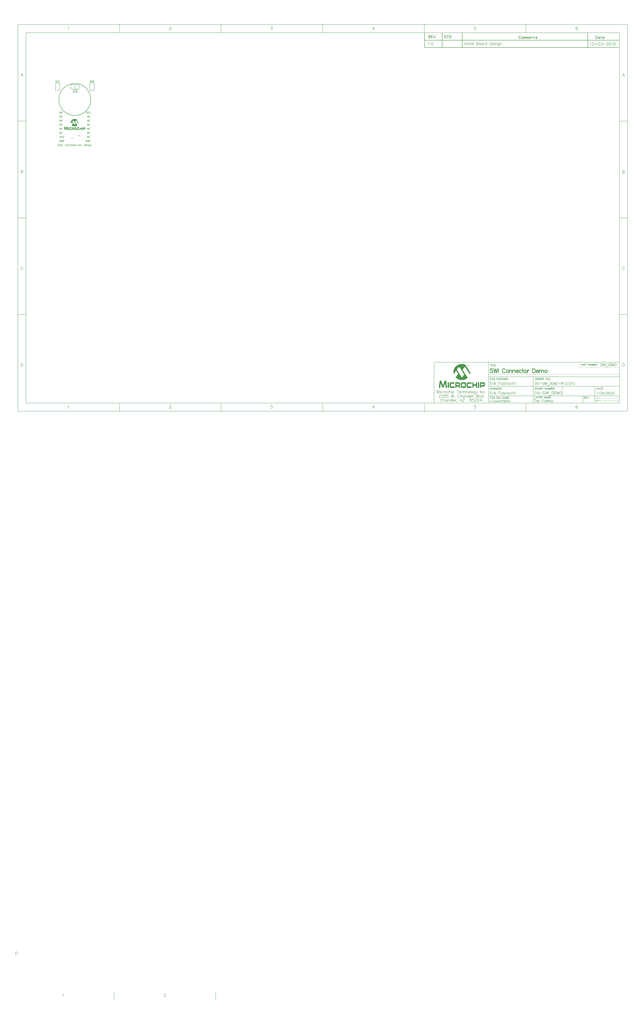
<source format=gto>
G04 Layer_Color=65535*
%FSLAX43Y43*%
%MOMM*%
G71*
G01*
G75*
%ADD12C,0.250*%
%ADD13C,0.178*%
%ADD14C,0.150*%
%ADD15C,0.100*%
%ADD16C,0.254*%
%ADD17C,0.127*%
%ADD18C,0.381*%
%ADD19C,0.178*%
%ADD20C,0.200*%
G36*
X15213Y17632D02*
X15253Y17625D01*
X15300Y17605D01*
X15346Y17572D01*
X15386Y17525D01*
X15413Y17465D01*
X15426Y17385D01*
X15426Y17372D01*
X15420Y17345D01*
X15413Y17305D01*
X15393Y17252D01*
X15366Y17205D01*
X15320Y17165D01*
X15260Y17132D01*
X15173Y17118D01*
X15153Y17118D01*
X15133Y17125D01*
X15113Y17132D01*
X15046Y17152D01*
X15020Y17172D01*
X14986Y17198D01*
X14986Y17205D01*
X14973Y17212D01*
X14946Y17252D01*
X14920Y17312D01*
X14913Y17345D01*
X14906Y17385D01*
X14906Y17392D01*
X14906Y17405D01*
X14913Y17425D01*
X14920Y17445D01*
X14946Y17505D01*
X14986Y17565D01*
X14993Y17572D01*
X15000Y17578D01*
X15040Y17605D01*
X15100Y17625D01*
X15133Y17638D01*
X15186Y17638D01*
X15213Y17632D01*
X15213Y17632D02*
G37*
G36*
X13560Y17858D02*
X13613Y17858D01*
X13673Y17852D01*
X13740Y17838D01*
X13887Y17818D01*
X14047Y17785D01*
X14213Y17738D01*
X14373Y17672D01*
X15826Y15359D01*
X15826Y15352D01*
X15826Y15339D01*
X15820Y15319D01*
X15820Y15286D01*
X15806Y15206D01*
X15786Y15106D01*
X15786Y15099D01*
X15780Y15086D01*
X15773Y15052D01*
X15766Y15019D01*
X15753Y14979D01*
X15740Y14926D01*
X15706Y14819D01*
X14447Y16799D01*
X14440Y16805D01*
X14433Y16825D01*
X14413Y16845D01*
X14387Y16878D01*
X14353Y16905D01*
X14313Y16925D01*
X14267Y16945D01*
X14220Y16952D01*
X14200Y16952D01*
X14180Y16945D01*
X14153Y16932D01*
X14120Y16918D01*
X14080Y16892D01*
X14047Y16852D01*
X14007Y16805D01*
X13587Y16225D01*
X15073Y13886D01*
X15066Y13879D01*
X15040Y13859D01*
X15000Y13826D01*
X14946Y13786D01*
X14880Y13739D01*
X14793Y13686D01*
X14700Y13626D01*
X14593Y13573D01*
X14473Y13513D01*
X14340Y13453D01*
X14200Y13399D01*
X14047Y13353D01*
X13887Y13313D01*
X13720Y13279D01*
X13540Y13259D01*
X13353Y13253D01*
X13307Y13253D01*
X13253Y13259D01*
X13187Y13266D01*
X13094Y13279D01*
X12994Y13293D01*
X12880Y13319D01*
X12754Y13346D01*
X12620Y13386D01*
X12480Y13439D01*
X12334Y13499D01*
X12187Y13573D01*
X12040Y13659D01*
X11887Y13759D01*
X11741Y13879D01*
X11601Y14013D01*
X12227Y14879D01*
X12234Y14886D01*
X12240Y14912D01*
X12254Y14952D01*
X12260Y14986D01*
X12267Y15019D01*
X12267Y15032D01*
X12260Y15066D01*
X12240Y15126D01*
X12200Y15199D01*
X11734Y15925D01*
X11041Y14966D01*
X11041Y14972D01*
X11041Y14979D01*
X11027Y15019D01*
X11014Y15072D01*
X11001Y15152D01*
X10987Y15246D01*
X10974Y15352D01*
X10967Y15472D01*
X10961Y15599D01*
X10961Y15612D01*
X10961Y15639D01*
X10967Y15685D01*
X10974Y15752D01*
X10981Y15825D01*
X10994Y15919D01*
X11014Y16019D01*
X11047Y16132D01*
X11081Y16252D01*
X11121Y16372D01*
X11181Y16505D01*
X11241Y16632D01*
X11321Y16765D01*
X11407Y16898D01*
X11507Y17025D01*
X11627Y17152D01*
X11634Y17158D01*
X11661Y17185D01*
X11701Y17218D01*
X11754Y17265D01*
X11827Y17318D01*
X11907Y17378D01*
X12007Y17445D01*
X12120Y17512D01*
X12240Y17578D01*
X12380Y17638D01*
X12527Y17698D01*
X12687Y17752D01*
X12854Y17798D01*
X13034Y17832D01*
X13220Y17858D01*
X13420Y17865D01*
X13513Y17865D01*
X13560Y17858D01*
X13560Y17858D02*
G37*
G36*
X15966Y12600D02*
X15999Y12593D01*
X16026Y12586D01*
X16033Y12586D01*
X16046Y12580D01*
X16086Y12560D01*
X16113Y12540D01*
X16133Y12513D01*
X16153Y12473D01*
X16166Y12433D01*
X16166Y12426D01*
X16173Y12420D01*
X16173Y12400D01*
X16179Y12366D01*
X16179Y12333D01*
X16186Y12293D01*
X16186Y12240D01*
X16186Y12180D01*
X15320Y12200D01*
X15313Y12200D01*
X15286Y12193D01*
X15260Y12186D01*
X15220Y12160D01*
X15186Y12126D01*
X15153Y12066D01*
X15140Y12033D01*
X15126Y11986D01*
X15120Y11940D01*
X15120Y11880D01*
X15120Y11706D01*
X15120Y11700D01*
X15120Y11693D01*
X15120Y11660D01*
X15133Y11607D01*
X15146Y11547D01*
X15166Y11487D01*
X15200Y11440D01*
X15246Y11400D01*
X15280Y11393D01*
X15313Y11387D01*
X16199Y11387D01*
X16199Y11373D01*
X16199Y11347D01*
X16199Y11307D01*
X16193Y11253D01*
X16186Y11200D01*
X16179Y11147D01*
X16166Y11107D01*
X16146Y11073D01*
X16146Y11067D01*
X16133Y11060D01*
X16113Y11047D01*
X16086Y11033D01*
X16046Y11013D01*
X15999Y11000D01*
X15933Y10993D01*
X15853Y10987D01*
X15206Y10987D01*
X15153Y10993D01*
X15093Y11007D01*
X15026Y11027D01*
X14960Y11060D01*
X14900Y11100D01*
X14853Y11153D01*
X14853Y11160D01*
X14840Y11180D01*
X14826Y11207D01*
X14813Y11253D01*
X14800Y11307D01*
X14786Y11380D01*
X14780Y11460D01*
X14773Y11553D01*
X14773Y12026D01*
X14773Y12033D01*
X14773Y12046D01*
X14773Y12066D01*
X14773Y12093D01*
X14786Y12160D01*
X14800Y12240D01*
X14820Y12326D01*
X14853Y12413D01*
X14900Y12486D01*
X14933Y12513D01*
X14966Y12540D01*
X14973Y12540D01*
X14986Y12553D01*
X15006Y12560D01*
X15040Y12573D01*
X15080Y12586D01*
X15133Y12593D01*
X15186Y12606D01*
X15886Y12606D01*
X15966Y12600D01*
X15966Y12600D02*
G37*
G36*
X17766Y11000D02*
X17432Y11000D01*
X17432Y11600D01*
X16719Y11600D01*
X16719Y11000D01*
X16406Y11000D01*
X16406Y12586D01*
X16719Y12586D01*
X16719Y12026D01*
X17432Y12026D01*
X17432Y12586D01*
X17766Y12586D01*
X17766Y11000D01*
X17766Y11000D02*
G37*
G36*
X8728Y13106D02*
X8761Y13099D01*
X8795Y13079D01*
X8828Y13053D01*
X8868Y13006D01*
X8895Y12946D01*
X8908Y12866D01*
X9121Y11000D01*
X8721Y11000D01*
X8608Y12340D01*
X8601Y12340D01*
X8195Y11267D01*
X8195Y11260D01*
X8181Y11240D01*
X8161Y11207D01*
X8141Y11180D01*
X8108Y11147D01*
X8068Y11113D01*
X8015Y11093D01*
X7962Y11087D01*
X7935Y11087D01*
X7902Y11093D01*
X7862Y11107D01*
X7822Y11133D01*
X7782Y11160D01*
X7742Y11207D01*
X7715Y11267D01*
X7308Y12320D01*
X7302Y12320D01*
X7182Y11000D01*
X6795Y11000D01*
X6995Y12886D01*
X6995Y12893D01*
X7002Y12920D01*
X7015Y12960D01*
X7035Y12999D01*
X7062Y13039D01*
X7102Y13079D01*
X7148Y13106D01*
X7208Y13113D01*
X7242Y13113D01*
X7282Y13099D01*
X7322Y13086D01*
X7368Y13059D01*
X7422Y13026D01*
X7462Y12973D01*
X7502Y12900D01*
X7955Y11746D01*
X7962Y11746D01*
X8415Y12900D01*
X8421Y12906D01*
X8428Y12933D01*
X8448Y12966D01*
X8481Y13006D01*
X8521Y13046D01*
X8568Y13079D01*
X8628Y13106D01*
X8701Y13113D01*
X8708Y13113D01*
X8728Y13106D01*
X8728Y13106D02*
G37*
G36*
X19665Y12580D02*
X19719Y12573D01*
X19778Y12553D01*
X19838Y12520D01*
X19898Y12473D01*
X19952Y12406D01*
X19985Y12320D01*
X19985Y12313D01*
X19992Y12300D01*
X19992Y12280D01*
X19998Y12246D01*
X20005Y12206D01*
X20005Y12160D01*
X20012Y12100D01*
X20012Y12040D01*
X20012Y11920D01*
X20012Y11906D01*
X20012Y11873D01*
X20005Y11820D01*
X19998Y11760D01*
X19972Y11627D01*
X19952Y11560D01*
X19918Y11507D01*
X19918Y11500D01*
X19905Y11493D01*
X19885Y11473D01*
X19865Y11453D01*
X19798Y11420D01*
X19752Y11407D01*
X19705Y11400D01*
X18912Y11400D01*
X18912Y11000D01*
X18585Y11000D01*
X18585Y12586D01*
X19632Y12586D01*
X19665Y12580D01*
X19665Y12580D02*
G37*
G36*
X18372Y11000D02*
X17999Y11000D01*
X17999Y12586D01*
X18372Y12586D01*
X18372Y11000D01*
X18372Y11000D02*
G37*
G36*
X12634Y12580D02*
X12687Y12560D01*
X12747Y12526D01*
X12774Y12500D01*
X12800Y12473D01*
X12827Y12433D01*
X12854Y12386D01*
X12874Y12333D01*
X12887Y12266D01*
X12900Y12200D01*
X12900Y12113D01*
X12900Y12020D01*
X12900Y12013D01*
X12900Y12006D01*
X12900Y11966D01*
X12894Y11913D01*
X12880Y11846D01*
X12854Y11773D01*
X12827Y11713D01*
X12780Y11653D01*
X12720Y11620D01*
X12720Y11613D01*
X12727Y11613D01*
X12747Y11600D01*
X12780Y11580D01*
X12814Y11553D01*
X12840Y11507D01*
X12874Y11447D01*
X12894Y11367D01*
X12900Y11267D01*
X12900Y11000D01*
X12567Y11000D01*
X12567Y11187D01*
X12567Y11193D01*
X12567Y11207D01*
X12567Y11233D01*
X12567Y11260D01*
X12560Y11313D01*
X12560Y11340D01*
X12554Y11353D01*
X12547Y11360D01*
X12527Y11387D01*
X12494Y11407D01*
X12434Y11413D01*
X11847Y11413D01*
X11847Y11000D01*
X11507Y11000D01*
X11507Y12586D01*
X12600Y12586D01*
X12634Y12580D01*
X12634Y12580D02*
G37*
G36*
X9688Y11000D02*
X9321Y11000D01*
X9321Y12586D01*
X9688Y12586D01*
X9688Y11000D01*
X9688Y11000D02*
G37*
G36*
X14213Y12600D02*
X14267Y12586D01*
X14333Y12573D01*
X14393Y12546D01*
X14447Y12506D01*
X14493Y12460D01*
X14500Y12453D01*
X14507Y12433D01*
X14527Y12400D01*
X14547Y12353D01*
X14560Y12293D01*
X14580Y12220D01*
X14586Y12133D01*
X14593Y12033D01*
X14593Y11560D01*
X14593Y11553D01*
X14593Y11540D01*
X14593Y11520D01*
X14586Y11487D01*
X14580Y11413D01*
X14566Y11327D01*
X14533Y11233D01*
X14493Y11147D01*
X14440Y11073D01*
X14400Y11040D01*
X14360Y11020D01*
X14353Y11020D01*
X14347Y11013D01*
X14320Y11007D01*
X14293Y11007D01*
X14260Y11000D01*
X14220Y10993D01*
X14120Y10987D01*
X13533Y10987D01*
X13487Y10993D01*
X13427Y11007D01*
X13360Y11027D01*
X13293Y11053D01*
X13234Y11087D01*
X13187Y11140D01*
X13180Y11147D01*
X13174Y11167D01*
X13160Y11200D01*
X13147Y11240D01*
X13127Y11300D01*
X13114Y11373D01*
X13107Y11460D01*
X13100Y11560D01*
X13100Y12033D01*
X13100Y12040D01*
X13100Y12053D01*
X13100Y12080D01*
X13107Y12106D01*
X13114Y12186D01*
X13134Y12280D01*
X13167Y12373D01*
X13214Y12466D01*
X13247Y12500D01*
X13280Y12533D01*
X13327Y12560D01*
X13373Y12580D01*
X13380Y12580D01*
X13387Y12586D01*
X13407Y12586D01*
X13433Y12593D01*
X13500Y12600D01*
X13580Y12606D01*
X14167Y12606D01*
X14213Y12600D01*
X14213Y12600D02*
G37*
G36*
X10967Y12600D02*
X11041Y12600D01*
X11114Y12593D01*
X11174Y12580D01*
X11194Y12573D01*
X11207Y12566D01*
X11214Y12566D01*
X11221Y12553D01*
X11234Y12533D01*
X11254Y12500D01*
X11267Y12453D01*
X11281Y12386D01*
X11287Y12306D01*
X11294Y12200D01*
X10421Y12200D01*
X10388Y12193D01*
X10341Y12173D01*
X10294Y12133D01*
X10288Y12120D01*
X10281Y12106D01*
X10268Y12080D01*
X10261Y12046D01*
X10248Y12000D01*
X10241Y11946D01*
X10241Y11880D01*
X10241Y11706D01*
X10241Y11700D01*
X10241Y11680D01*
X10241Y11646D01*
X10248Y11607D01*
X10254Y11527D01*
X10261Y11493D01*
X10268Y11467D01*
X10274Y11453D01*
X10301Y11427D01*
X10354Y11400D01*
X10388Y11393D01*
X10428Y11387D01*
X11314Y11387D01*
X11314Y11380D01*
X11314Y11347D01*
X11314Y11307D01*
X11307Y11260D01*
X11294Y11160D01*
X11281Y11120D01*
X11267Y11087D01*
X11267Y11080D01*
X11254Y11073D01*
X11234Y11053D01*
X11207Y11040D01*
X11167Y11020D01*
X11121Y11000D01*
X11054Y10993D01*
X10974Y10987D01*
X10334Y10987D01*
X10281Y10993D01*
X10228Y11000D01*
X10168Y11020D01*
X10101Y11040D01*
X10041Y11073D01*
X9994Y11113D01*
X9988Y11120D01*
X9981Y11140D01*
X9961Y11173D01*
X9941Y11220D01*
X9921Y11280D01*
X9908Y11360D01*
X9894Y11453D01*
X9888Y11560D01*
X9888Y12033D01*
X9888Y12040D01*
X9888Y12053D01*
X9888Y12080D01*
X9894Y12113D01*
X9908Y12200D01*
X9928Y12293D01*
X9968Y12393D01*
X10028Y12486D01*
X10061Y12520D01*
X10108Y12553D01*
X10154Y12580D01*
X10214Y12593D01*
X10228Y12593D01*
X10261Y12600D01*
X10308Y12606D01*
X10887Y12606D01*
X10967Y12600D01*
X10967Y12600D02*
G37*
G36*
X259331Y-135559D02*
X259418Y-135574D01*
X259519Y-135617D01*
X259621Y-135690D01*
X259708Y-135791D01*
X259766Y-135922D01*
X259795Y-136096D01*
X259795Y-136125D01*
X259781Y-136183D01*
X259766Y-136270D01*
X259723Y-136386D01*
X259664Y-136488D01*
X259563Y-136575D01*
X259432Y-136648D01*
X259244Y-136677D01*
X259200Y-136677D01*
X259156Y-136662D01*
X259113Y-136648D01*
X258968Y-136604D01*
X258910Y-136560D01*
X258837Y-136502D01*
X258837Y-136488D01*
X258808Y-136473D01*
X258750Y-136386D01*
X258692Y-136256D01*
X258678Y-136183D01*
X258663Y-136096D01*
X258663Y-136081D01*
X258663Y-136052D01*
X258678Y-136009D01*
X258692Y-135965D01*
X258750Y-135835D01*
X258837Y-135704D01*
X258852Y-135690D01*
X258866Y-135675D01*
X258953Y-135617D01*
X259084Y-135574D01*
X259156Y-135544D01*
X259273Y-135544D01*
X259331Y-135559D01*
X259331Y-135559D02*
G37*
G36*
X255731Y-135066D02*
X255847Y-135066D01*
X255978Y-135080D01*
X256123Y-135109D01*
X256442Y-135153D01*
X256791Y-135225D01*
X257154Y-135327D01*
X257502Y-135472D01*
X260666Y-140508D01*
X260666Y-140523D01*
X260666Y-140552D01*
X260651Y-140595D01*
X260651Y-140668D01*
X260622Y-140842D01*
X260579Y-141060D01*
X260579Y-141074D01*
X260564Y-141103D01*
X260550Y-141176D01*
X260535Y-141248D01*
X260506Y-141335D01*
X260477Y-141452D01*
X260405Y-141684D01*
X257662Y-137373D01*
X257647Y-137359D01*
X257633Y-137315D01*
X257589Y-137272D01*
X257531Y-137199D01*
X257458Y-137141D01*
X257371Y-137097D01*
X257270Y-137054D01*
X257168Y-137039D01*
X257125Y-137039D01*
X257081Y-137054D01*
X257023Y-137083D01*
X256950Y-137112D01*
X256863Y-137170D01*
X256791Y-137257D01*
X256704Y-137359D01*
X255789Y-138621D01*
X259026Y-143716D01*
X259011Y-143730D01*
X258953Y-143774D01*
X258866Y-143846D01*
X258750Y-143933D01*
X258605Y-144035D01*
X258416Y-144151D01*
X258213Y-144282D01*
X257981Y-144398D01*
X257720Y-144528D01*
X257429Y-144659D01*
X257125Y-144775D01*
X256791Y-144877D01*
X256442Y-144964D01*
X256080Y-145036D01*
X255688Y-145080D01*
X255281Y-145094D01*
X255180Y-145094D01*
X255064Y-145080D01*
X254919Y-145065D01*
X254715Y-145036D01*
X254498Y-145007D01*
X254251Y-144949D01*
X253975Y-144891D01*
X253685Y-144804D01*
X253380Y-144688D01*
X253061Y-144557D01*
X252741Y-144398D01*
X252422Y-144209D01*
X252088Y-143991D01*
X251769Y-143730D01*
X251464Y-143440D01*
X252829Y-141553D01*
X252843Y-141539D01*
X252858Y-141481D01*
X252887Y-141393D01*
X252901Y-141321D01*
X252916Y-141248D01*
X252916Y-141219D01*
X252901Y-141147D01*
X252858Y-141016D01*
X252771Y-140856D01*
X251755Y-139274D01*
X250245Y-141364D01*
X250245Y-141350D01*
X250245Y-141335D01*
X250216Y-141248D01*
X250187Y-141132D01*
X250158Y-140958D01*
X250129Y-140755D01*
X250100Y-140523D01*
X250085Y-140261D01*
X250071Y-139986D01*
X250071Y-139957D01*
X250071Y-139899D01*
X250085Y-139797D01*
X250100Y-139652D01*
X250115Y-139492D01*
X250144Y-139289D01*
X250187Y-139071D01*
X250260Y-138825D01*
X250332Y-138563D01*
X250419Y-138302D01*
X250550Y-138012D01*
X250681Y-137736D01*
X250855Y-137446D01*
X251043Y-137155D01*
X251261Y-136880D01*
X251522Y-136604D01*
X251537Y-136589D01*
X251595Y-136531D01*
X251682Y-136459D01*
X251798Y-136357D01*
X251958Y-136241D01*
X252132Y-136111D01*
X252350Y-135965D01*
X252596Y-135820D01*
X252858Y-135675D01*
X253162Y-135544D01*
X253482Y-135414D01*
X253830Y-135298D01*
X254193Y-135196D01*
X254585Y-135124D01*
X254991Y-135066D01*
X255426Y-135051D01*
X255630Y-135051D01*
X255731Y-135066D01*
X255731Y-135066D02*
G37*
G36*
X260971Y-146517D02*
X261043Y-146531D01*
X261101Y-146546D01*
X261116Y-146546D01*
X261145Y-146560D01*
X261232Y-146604D01*
X261290Y-146647D01*
X261333Y-146705D01*
X261377Y-146792D01*
X261406Y-146880D01*
X261406Y-146894D01*
X261421Y-146909D01*
X261421Y-146952D01*
X261435Y-147025D01*
X261435Y-147097D01*
X261450Y-147184D01*
X261450Y-147300D01*
X261450Y-147431D01*
X259563Y-147388D01*
X259548Y-147388D01*
X259490Y-147402D01*
X259432Y-147417D01*
X259345Y-147475D01*
X259273Y-147547D01*
X259200Y-147678D01*
X259171Y-147750D01*
X259142Y-147852D01*
X259127Y-147954D01*
X259127Y-148084D01*
X259127Y-148462D01*
X259127Y-148476D01*
X259127Y-148491D01*
X259127Y-148563D01*
X259156Y-148679D01*
X259185Y-148810D01*
X259229Y-148941D01*
X259302Y-149042D01*
X259403Y-149129D01*
X259476Y-149144D01*
X259548Y-149158D01*
X261479Y-149158D01*
X261479Y-149187D01*
X261479Y-149245D01*
X261479Y-149332D01*
X261464Y-149448D01*
X261450Y-149565D01*
X261435Y-149681D01*
X261406Y-149768D01*
X261363Y-149840D01*
X261363Y-149855D01*
X261333Y-149869D01*
X261290Y-149898D01*
X261232Y-149927D01*
X261145Y-149971D01*
X261043Y-150000D01*
X260898Y-150014D01*
X260724Y-150029D01*
X259316Y-150029D01*
X259200Y-150014D01*
X259069Y-149985D01*
X258924Y-149942D01*
X258779Y-149869D01*
X258648Y-149782D01*
X258547Y-149666D01*
X258547Y-149652D01*
X258518Y-149608D01*
X258489Y-149550D01*
X258460Y-149448D01*
X258431Y-149332D01*
X258402Y-149173D01*
X258387Y-148999D01*
X258373Y-148795D01*
X258373Y-147765D01*
X258373Y-147750D01*
X258373Y-147721D01*
X258373Y-147678D01*
X258373Y-147620D01*
X258402Y-147475D01*
X258431Y-147300D01*
X258474Y-147112D01*
X258547Y-146923D01*
X258648Y-146763D01*
X258721Y-146705D01*
X258794Y-146647D01*
X258808Y-146647D01*
X258837Y-146618D01*
X258881Y-146604D01*
X258953Y-146575D01*
X259040Y-146546D01*
X259156Y-146531D01*
X259273Y-146502D01*
X260797Y-146502D01*
X260971Y-146517D01*
X260971Y-146517D02*
G37*
G36*
X264889Y-150000D02*
X264164Y-150000D01*
X264164Y-148694D01*
X262611Y-148694D01*
X262611Y-150000D01*
X261929Y-150000D01*
X261929Y-146546D01*
X262611Y-146546D01*
X262611Y-147765D01*
X264164Y-147765D01*
X264164Y-146546D01*
X264889Y-146546D01*
X264889Y-150000D01*
X264889Y-150000D02*
G37*
G36*
X245209Y-145414D02*
X245282Y-145428D01*
X245354Y-145472D01*
X245427Y-145530D01*
X245514Y-145631D01*
X245572Y-145762D01*
X245601Y-145936D01*
X246065Y-150000D01*
X245194Y-150000D01*
X244948Y-147083D01*
X244933Y-147083D01*
X244048Y-149419D01*
X244048Y-149434D01*
X244019Y-149477D01*
X243975Y-149550D01*
X243932Y-149608D01*
X243859Y-149681D01*
X243772Y-149753D01*
X243656Y-149797D01*
X243540Y-149811D01*
X243482Y-149811D01*
X243409Y-149797D01*
X243322Y-149768D01*
X243235Y-149710D01*
X243148Y-149652D01*
X243061Y-149550D01*
X243003Y-149419D01*
X242118Y-147126D01*
X242103Y-147126D01*
X241842Y-150000D01*
X241000Y-150000D01*
X241435Y-145893D01*
X241435Y-145878D01*
X241450Y-145820D01*
X241479Y-145733D01*
X241523Y-145646D01*
X241581Y-145559D01*
X241668Y-145472D01*
X241769Y-145414D01*
X241900Y-145399D01*
X241972Y-145399D01*
X242059Y-145428D01*
X242147Y-145457D01*
X242248Y-145515D01*
X242364Y-145588D01*
X242451Y-145704D01*
X242538Y-145864D01*
X243525Y-148374D01*
X243540Y-148374D01*
X244527Y-145864D01*
X244541Y-145849D01*
X244556Y-145791D01*
X244599Y-145718D01*
X244672Y-145631D01*
X244759Y-145544D01*
X244861Y-145472D01*
X244991Y-145414D01*
X245151Y-145399D01*
X245165Y-145399D01*
X245209Y-145414D01*
X245209Y-145414D02*
G37*
G36*
X269026Y-146560D02*
X269142Y-146575D01*
X269272Y-146618D01*
X269403Y-146691D01*
X269534Y-146792D01*
X269650Y-146938D01*
X269722Y-147126D01*
X269722Y-147141D01*
X269737Y-147170D01*
X269737Y-147213D01*
X269751Y-147286D01*
X269766Y-147373D01*
X269766Y-147475D01*
X269780Y-147605D01*
X269780Y-147736D01*
X269780Y-147997D01*
X269780Y-148026D01*
X269780Y-148099D01*
X269766Y-148215D01*
X269751Y-148345D01*
X269693Y-148636D01*
X269650Y-148781D01*
X269577Y-148897D01*
X269577Y-148911D01*
X269548Y-148926D01*
X269505Y-148970D01*
X269461Y-149013D01*
X269316Y-149086D01*
X269214Y-149115D01*
X269113Y-149129D01*
X267386Y-149129D01*
X267386Y-150000D01*
X266674Y-150000D01*
X266674Y-146546D01*
X268953Y-146546D01*
X269026Y-146560D01*
X269026Y-146560D02*
G37*
G36*
X266210Y-150000D02*
X265397Y-150000D01*
X265397Y-146546D01*
X266210Y-146546D01*
X266210Y-150000D01*
X266210Y-150000D02*
G37*
G36*
X253714Y-146560D02*
X253830Y-146604D01*
X253961Y-146676D01*
X254019Y-146734D01*
X254077Y-146792D01*
X254135Y-146880D01*
X254193Y-146981D01*
X254236Y-147097D01*
X254265Y-147242D01*
X254294Y-147388D01*
X254294Y-147576D01*
X254294Y-147779D01*
X254294Y-147794D01*
X254294Y-147808D01*
X254294Y-147896D01*
X254280Y-148012D01*
X254251Y-148157D01*
X254193Y-148316D01*
X254135Y-148447D01*
X254033Y-148578D01*
X253903Y-148650D01*
X253903Y-148665D01*
X253917Y-148665D01*
X253961Y-148694D01*
X254033Y-148737D01*
X254106Y-148795D01*
X254164Y-148897D01*
X254236Y-149028D01*
X254280Y-149202D01*
X254294Y-149419D01*
X254294Y-150000D01*
X253569Y-150000D01*
X253569Y-149594D01*
X253569Y-149579D01*
X253569Y-149550D01*
X253569Y-149492D01*
X253569Y-149434D01*
X253554Y-149318D01*
X253554Y-149260D01*
X253540Y-149231D01*
X253525Y-149216D01*
X253482Y-149158D01*
X253409Y-149115D01*
X253278Y-149100D01*
X252001Y-149100D01*
X252001Y-150000D01*
X251261Y-150000D01*
X251261Y-146546D01*
X253641Y-146546D01*
X253714Y-146560D01*
X253714Y-146560D02*
G37*
G36*
X247299Y-150000D02*
X246501Y-150000D01*
X246501Y-146546D01*
X247299Y-146546D01*
X247299Y-150000D01*
X247299Y-150000D02*
G37*
G36*
X257154Y-146517D02*
X257270Y-146546D01*
X257415Y-146575D01*
X257545Y-146633D01*
X257662Y-146720D01*
X257763Y-146822D01*
X257778Y-146836D01*
X257792Y-146880D01*
X257836Y-146952D01*
X257879Y-147054D01*
X257908Y-147184D01*
X257952Y-147344D01*
X257966Y-147533D01*
X257981Y-147750D01*
X257981Y-148781D01*
X257981Y-148795D01*
X257981Y-148824D01*
X257981Y-148868D01*
X257966Y-148941D01*
X257952Y-149100D01*
X257923Y-149289D01*
X257850Y-149492D01*
X257763Y-149681D01*
X257647Y-149840D01*
X257560Y-149913D01*
X257473Y-149956D01*
X257458Y-149956D01*
X257444Y-149971D01*
X257386Y-149985D01*
X257328Y-149985D01*
X257255Y-150000D01*
X257168Y-150014D01*
X256950Y-150029D01*
X255673Y-150029D01*
X255572Y-150014D01*
X255441Y-149985D01*
X255296Y-149942D01*
X255151Y-149884D01*
X255020Y-149811D01*
X254919Y-149695D01*
X254904Y-149681D01*
X254889Y-149637D01*
X254860Y-149565D01*
X254831Y-149477D01*
X254788Y-149347D01*
X254759Y-149187D01*
X254744Y-148999D01*
X254730Y-148781D01*
X254730Y-147750D01*
X254730Y-147736D01*
X254730Y-147707D01*
X254730Y-147649D01*
X254744Y-147591D01*
X254759Y-147417D01*
X254802Y-147213D01*
X254875Y-147010D01*
X254977Y-146807D01*
X255049Y-146734D01*
X255122Y-146662D01*
X255223Y-146604D01*
X255325Y-146560D01*
X255339Y-146560D01*
X255354Y-146546D01*
X255397Y-146546D01*
X255456Y-146531D01*
X255601Y-146517D01*
X255775Y-146502D01*
X257052Y-146502D01*
X257154Y-146517D01*
X257154Y-146517D02*
G37*
G36*
X250085Y-146517D02*
X250245Y-146517D01*
X250405Y-146531D01*
X250535Y-146560D01*
X250579Y-146575D01*
X250608Y-146589D01*
X250622Y-146589D01*
X250637Y-146618D01*
X250666Y-146662D01*
X250710Y-146734D01*
X250739Y-146836D01*
X250768Y-146981D01*
X250782Y-147155D01*
X250797Y-147388D01*
X248895Y-147388D01*
X248823Y-147402D01*
X248721Y-147446D01*
X248620Y-147533D01*
X248605Y-147562D01*
X248591Y-147591D01*
X248562Y-147649D01*
X248547Y-147721D01*
X248518Y-147823D01*
X248504Y-147939D01*
X248504Y-148084D01*
X248504Y-148462D01*
X248504Y-148476D01*
X248504Y-148520D01*
X248504Y-148592D01*
X248518Y-148679D01*
X248533Y-148853D01*
X248547Y-148926D01*
X248562Y-148984D01*
X248576Y-149013D01*
X248634Y-149071D01*
X248750Y-149129D01*
X248823Y-149144D01*
X248910Y-149158D01*
X250840Y-149158D01*
X250840Y-149173D01*
X250840Y-149245D01*
X250840Y-149332D01*
X250826Y-149434D01*
X250797Y-149652D01*
X250768Y-149739D01*
X250739Y-149811D01*
X250739Y-149826D01*
X250710Y-149840D01*
X250666Y-149884D01*
X250608Y-149913D01*
X250521Y-149956D01*
X250419Y-150000D01*
X250274Y-150014D01*
X250100Y-150029D01*
X248707Y-150029D01*
X248591Y-150014D01*
X248475Y-150000D01*
X248344Y-149956D01*
X248199Y-149913D01*
X248068Y-149840D01*
X247967Y-149753D01*
X247952Y-149739D01*
X247937Y-149695D01*
X247894Y-149623D01*
X247850Y-149521D01*
X247807Y-149390D01*
X247778Y-149216D01*
X247749Y-149013D01*
X247734Y-148781D01*
X247734Y-147750D01*
X247734Y-147736D01*
X247734Y-147707D01*
X247734Y-147649D01*
X247749Y-147576D01*
X247778Y-147388D01*
X247821Y-147184D01*
X247908Y-146967D01*
X248039Y-146763D01*
X248112Y-146691D01*
X248213Y-146618D01*
X248315Y-146560D01*
X248445Y-146531D01*
X248475Y-146531D01*
X248547Y-146517D01*
X248649Y-146502D01*
X249911Y-146502D01*
X250085Y-146517D01*
X250085Y-146517D02*
G37*
%LPC*%
G36*
X15173Y17592D02*
X15140Y17592D01*
X15100Y17578D01*
X15060Y17565D01*
X15020Y17538D01*
X14980Y17505D01*
X14953Y17452D01*
X14946Y17385D01*
X14946Y17378D01*
X14946Y17372D01*
X14953Y17332D01*
X14973Y17278D01*
X15013Y17225D01*
X15026Y17212D01*
X15060Y17192D01*
X15106Y17172D01*
X15173Y17158D01*
X15180Y17158D01*
X15206Y17165D01*
X15240Y17172D01*
X15280Y17185D01*
X15320Y17212D01*
X15353Y17252D01*
X15380Y17312D01*
X15386Y17385D01*
X15386Y17392D01*
X15386Y17418D01*
X15373Y17452D01*
X15360Y17492D01*
X15333Y17525D01*
X15300Y17558D01*
X15246Y17585D01*
X15173Y17592D01*
X15173Y17592D02*
G37*
%LPD*%
G36*
X15233Y17518D02*
X15266Y17498D01*
X15280Y17472D01*
X15286Y17445D01*
X15286Y17438D01*
X15286Y17432D01*
X15280Y17398D01*
X15253Y17372D01*
X15233Y17358D01*
X15206Y17352D01*
X15293Y17225D01*
X15240Y17225D01*
X15160Y17352D01*
X15113Y17352D01*
X15113Y17225D01*
X15066Y17225D01*
X15066Y17532D01*
X15193Y17532D01*
X15233Y17518D01*
X15233Y17518D02*
G37*
%LPC*%
G36*
X15186Y17492D02*
X15113Y17492D01*
X15113Y17392D01*
X15193Y17392D01*
X15213Y17398D01*
X15226Y17412D01*
X15233Y17445D01*
X15233Y17452D01*
X15226Y17472D01*
X15213Y17485D01*
X15186Y17492D01*
X15186Y17492D02*
G37*
G36*
X12580Y16958D02*
X12560Y16958D01*
X12540Y16952D01*
X12507Y16938D01*
X12474Y16925D01*
X12440Y16898D01*
X12400Y16858D01*
X12360Y16812D01*
X11947Y16232D01*
X13187Y14273D01*
X13194Y14266D01*
X13207Y14246D01*
X13227Y14213D01*
X13253Y14186D01*
X13287Y14153D01*
X13320Y14119D01*
X13360Y14099D01*
X13393Y14093D01*
X13413Y14093D01*
X13440Y14099D01*
X13467Y14113D01*
X13500Y14126D01*
X13540Y14146D01*
X13573Y14179D01*
X13607Y14226D01*
X14040Y14846D01*
X12800Y16805D01*
X12794Y16812D01*
X12780Y16832D01*
X12760Y16852D01*
X12734Y16885D01*
X12700Y16912D01*
X12667Y16932D01*
X12627Y16952D01*
X12580Y16958D01*
X12580Y16958D02*
G37*
G36*
X19539Y12206D02*
X18912Y12206D01*
X18912Y11800D01*
X19579Y11800D01*
X19592Y11806D01*
X19612Y11820D01*
X19632Y11840D01*
X19652Y11873D01*
X19659Y11913D01*
X19665Y11966D01*
X19665Y12026D01*
X19665Y12033D01*
X19665Y12053D01*
X19659Y12086D01*
X19652Y12120D01*
X19632Y12146D01*
X19612Y12180D01*
X19579Y12200D01*
X19539Y12206D01*
X19539Y12206D02*
G37*
G36*
X12420Y12206D02*
X11847Y12206D01*
X11847Y11806D01*
X12474Y11806D01*
X12494Y11813D01*
X12520Y11826D01*
X12547Y11846D01*
X12567Y11880D01*
X12580Y11920D01*
X12587Y11980D01*
X12587Y12026D01*
X12587Y12033D01*
X12587Y12053D01*
X12580Y12086D01*
X12567Y12120D01*
X12547Y12146D01*
X12514Y12180D01*
X12474Y12200D01*
X12420Y12206D01*
X12420Y12206D02*
G37*
G36*
X14073Y12206D02*
X13633Y12206D01*
X13593Y12200D01*
X13540Y12173D01*
X13513Y12160D01*
X13493Y12133D01*
X13487Y12120D01*
X13480Y12100D01*
X13473Y12073D01*
X13460Y12040D01*
X13453Y11993D01*
X13447Y11940D01*
X13447Y11880D01*
X13447Y11706D01*
X13447Y11700D01*
X13447Y11680D01*
X13447Y11646D01*
X13453Y11607D01*
X13460Y11527D01*
X13467Y11487D01*
X13480Y11453D01*
X13487Y11440D01*
X13513Y11420D01*
X13560Y11400D01*
X13627Y11387D01*
X14060Y11387D01*
X14087Y11393D01*
X14120Y11407D01*
X14160Y11427D01*
X14193Y11467D01*
X14227Y11520D01*
X14253Y11600D01*
X14260Y11653D01*
X14260Y11706D01*
X14260Y11880D01*
X14260Y11886D01*
X14260Y11906D01*
X14260Y11940D01*
X14253Y11980D01*
X14233Y12060D01*
X14213Y12100D01*
X14193Y12133D01*
X14193Y12140D01*
X14180Y12146D01*
X14153Y12173D01*
X14107Y12193D01*
X14073Y12206D01*
X14073Y12206D02*
G37*
G36*
X259244Y-135646D02*
X259171Y-135646D01*
X259084Y-135675D01*
X258997Y-135704D01*
X258910Y-135762D01*
X258823Y-135835D01*
X258765Y-135951D01*
X258750Y-136096D01*
X258750Y-136111D01*
X258750Y-136125D01*
X258765Y-136212D01*
X258808Y-136328D01*
X258895Y-136444D01*
X258924Y-136473D01*
X258997Y-136517D01*
X259098Y-136560D01*
X259244Y-136589D01*
X259258Y-136589D01*
X259316Y-136575D01*
X259389Y-136560D01*
X259476Y-136531D01*
X259563Y-136473D01*
X259635Y-136386D01*
X259693Y-136256D01*
X259708Y-136096D01*
X259708Y-136081D01*
X259708Y-136023D01*
X259679Y-135951D01*
X259650Y-135864D01*
X259592Y-135791D01*
X259519Y-135719D01*
X259403Y-135661D01*
X259244Y-135646D01*
X259244Y-135646D02*
G37*
%LPD*%
G36*
X259374Y-135806D02*
X259447Y-135849D01*
X259476Y-135907D01*
X259490Y-135965D01*
X259490Y-135980D01*
X259490Y-135994D01*
X259476Y-136067D01*
X259418Y-136125D01*
X259374Y-136154D01*
X259316Y-136169D01*
X259505Y-136444D01*
X259389Y-136444D01*
X259215Y-136169D01*
X259113Y-136169D01*
X259113Y-136444D01*
X259011Y-136444D01*
X259011Y-135777D01*
X259287Y-135777D01*
X259374Y-135806D01*
X259374Y-135806D02*
G37*
%LPC*%
G36*
X259273Y-135864D02*
X259113Y-135864D01*
X259113Y-136081D01*
X259287Y-136081D01*
X259331Y-136067D01*
X259360Y-136038D01*
X259374Y-135965D01*
X259374Y-135951D01*
X259360Y-135907D01*
X259331Y-135878D01*
X259273Y-135864D01*
X259273Y-135864D02*
G37*
G36*
X253598Y-137025D02*
X253554Y-137025D01*
X253511Y-137039D01*
X253438Y-137068D01*
X253366Y-137097D01*
X253293Y-137155D01*
X253206Y-137243D01*
X253119Y-137344D01*
X252219Y-138607D01*
X254919Y-142874D01*
X254933Y-142888D01*
X254962Y-142932D01*
X255006Y-143004D01*
X255064Y-143063D01*
X255136Y-143135D01*
X255209Y-143208D01*
X255296Y-143251D01*
X255368Y-143266D01*
X255412Y-143266D01*
X255470Y-143251D01*
X255528Y-143222D01*
X255601Y-143193D01*
X255688Y-143150D01*
X255760Y-143077D01*
X255833Y-142975D01*
X256776Y-141626D01*
X254077Y-137359D01*
X254062Y-137344D01*
X254033Y-137301D01*
X253990Y-137257D01*
X253932Y-137185D01*
X253859Y-137126D01*
X253786Y-137083D01*
X253699Y-137039D01*
X253598Y-137025D01*
X253598Y-137025D02*
G37*
G36*
X268750Y-147373D02*
X267386Y-147373D01*
X267386Y-148258D01*
X268837Y-148258D01*
X268866Y-148244D01*
X268910Y-148215D01*
X268953Y-148171D01*
X268997Y-148099D01*
X269011Y-148012D01*
X269026Y-147896D01*
X269026Y-147765D01*
X269026Y-147750D01*
X269026Y-147707D01*
X269011Y-147634D01*
X268997Y-147562D01*
X268953Y-147504D01*
X268910Y-147431D01*
X268837Y-147388D01*
X268750Y-147373D01*
X268750Y-147373D02*
G37*
G36*
X253249Y-147373D02*
X252001Y-147373D01*
X252001Y-148244D01*
X253366Y-148244D01*
X253409Y-148229D01*
X253467Y-148200D01*
X253525Y-148157D01*
X253569Y-148084D01*
X253598Y-147997D01*
X253612Y-147866D01*
X253612Y-147765D01*
X253612Y-147750D01*
X253612Y-147707D01*
X253598Y-147634D01*
X253569Y-147562D01*
X253525Y-147504D01*
X253453Y-147431D01*
X253366Y-147388D01*
X253249Y-147373D01*
X253249Y-147373D02*
G37*
G36*
X256849Y-147373D02*
X255891Y-147373D01*
X255804Y-147388D01*
X255688Y-147446D01*
X255630Y-147475D01*
X255586Y-147533D01*
X255572Y-147562D01*
X255557Y-147605D01*
X255543Y-147663D01*
X255514Y-147736D01*
X255499Y-147837D01*
X255485Y-147954D01*
X255485Y-148084D01*
X255485Y-148462D01*
X255485Y-148476D01*
X255485Y-148520D01*
X255485Y-148592D01*
X255499Y-148679D01*
X255514Y-148853D01*
X255528Y-148941D01*
X255557Y-149013D01*
X255572Y-149042D01*
X255630Y-149086D01*
X255731Y-149129D01*
X255876Y-149158D01*
X256820Y-149158D01*
X256878Y-149144D01*
X256950Y-149115D01*
X257038Y-149071D01*
X257110Y-148984D01*
X257183Y-148868D01*
X257241Y-148694D01*
X257255Y-148578D01*
X257255Y-148462D01*
X257255Y-148084D01*
X257255Y-148070D01*
X257255Y-148026D01*
X257255Y-147954D01*
X257241Y-147866D01*
X257197Y-147692D01*
X257154Y-147605D01*
X257110Y-147533D01*
X257110Y-147518D01*
X257081Y-147504D01*
X257023Y-147446D01*
X256921Y-147402D01*
X256849Y-147373D01*
X256849Y-147373D02*
G37*
%LPD*%
D12*
X23500Y30000D02*
G03*
X23500Y30000I-10000J0D01*
G01*
D13*
X9176Y74937D02*
X9345Y75022D01*
X9599Y75276D01*
X9599Y73498D01*
X72650Y74852D02*
X72650Y74937D01*
X72735Y75106D01*
X72820Y75191D01*
X72989Y75276D01*
X73328Y75276D01*
X73497Y75191D01*
X73582Y75106D01*
X73666Y74937D01*
X73666Y74768D01*
X73582Y74598D01*
X73412Y74344D01*
X72566Y73498D01*
X73751Y73498D01*
X135964Y75276D02*
X136896Y75276D01*
X136388Y74598D01*
X136642Y74598D01*
X136811Y74514D01*
X136896Y74429D01*
X136980Y74175D01*
X136980Y74006D01*
X136896Y73752D01*
X136726Y73583D01*
X136472Y73498D01*
X136218Y73498D01*
X135964Y73583D01*
X135880Y73667D01*
X135795Y73837D01*
X200311Y75276D02*
X199464Y74091D01*
X200734Y74091D01*
X200311Y75276D02*
X200311Y73498D01*
X263955Y75276D02*
X263108Y75276D01*
X263023Y74514D01*
X263108Y74598D01*
X263362Y74683D01*
X263616Y74683D01*
X263870Y74598D01*
X264039Y74429D01*
X264124Y74175D01*
X264124Y74006D01*
X264039Y73752D01*
X263870Y73583D01*
X263616Y73498D01*
X263362Y73498D01*
X263108Y73583D01*
X263023Y73667D01*
X262939Y73837D01*
X327582Y75022D02*
X327497Y75191D01*
X327243Y75276D01*
X327074Y75276D01*
X326820Y75191D01*
X326650Y74937D01*
X326566Y74514D01*
X326566Y74091D01*
X326650Y73752D01*
X326820Y73583D01*
X327074Y73498D01*
X327158Y73498D01*
X327412Y73583D01*
X327582Y73752D01*
X327666Y74006D01*
X327666Y74091D01*
X327582Y74344D01*
X327412Y74514D01*
X327158Y74598D01*
X327074Y74598D01*
X326820Y74514D01*
X326650Y74344D01*
X326566Y74091D01*
X357079Y44466D02*
X356402Y46243D01*
X355725Y44466D01*
X355979Y45058D02*
X356825Y45058D01*
X355725Y-14209D02*
X355725Y-15986D01*
X355725Y-14209D02*
X356487Y-14209D01*
X356741Y-14293D01*
X356825Y-14378D01*
X356910Y-14547D01*
X356910Y-14716D01*
X356825Y-14886D01*
X356741Y-14970D01*
X356487Y-15055D01*
X355725Y-15055D02*
X356487Y-15055D01*
X356741Y-15140D01*
X356825Y-15224D01*
X356910Y-15394D01*
X356910Y-15648D01*
X356825Y-15817D01*
X356741Y-15902D01*
X356487Y-15986D01*
X355725Y-15986D01*
X356995Y-74957D02*
X356910Y-74788D01*
X356741Y-74618D01*
X356572Y-74534D01*
X356233Y-74534D01*
X356064Y-74618D01*
X355894Y-74788D01*
X355810Y-74957D01*
X355725Y-75211D01*
X355725Y-75634D01*
X355810Y-75888D01*
X355894Y-76057D01*
X356064Y-76227D01*
X356233Y-76311D01*
X356572Y-76311D01*
X356741Y-76227D01*
X356910Y-76057D01*
X356995Y-75888D01*
X355725Y-134732D02*
X355725Y-136509D01*
X355725Y-134732D02*
X356318Y-134732D01*
X356572Y-134816D01*
X356741Y-134986D01*
X356825Y-135155D01*
X356910Y-135409D01*
X356910Y-135832D01*
X356825Y-136086D01*
X356741Y-136255D01*
X356572Y-136425D01*
X356318Y-136509D01*
X355725Y-136509D01*
X-18841Y44466D02*
X-19518Y46243D01*
X-20195Y44466D01*
X-19941Y45058D02*
X-19095Y45058D01*
X-20195Y-14209D02*
X-20195Y-15986D01*
X-20195Y-14209D02*
X-19433Y-14209D01*
X-19179Y-14293D01*
X-19095Y-14378D01*
X-19010Y-14547D01*
X-19010Y-14716D01*
X-19095Y-14886D01*
X-19179Y-14970D01*
X-19433Y-15055D01*
X-20195Y-15055D02*
X-19433Y-15055D01*
X-19179Y-15140D01*
X-19095Y-15224D01*
X-19010Y-15394D01*
X-19010Y-15648D01*
X-19095Y-15817D01*
X-19179Y-15902D01*
X-19433Y-15986D01*
X-20195Y-15986D01*
X-18925Y-74957D02*
X-19010Y-74788D01*
X-19179Y-74618D01*
X-19348Y-74534D01*
X-19687Y-74534D01*
X-19856Y-74618D01*
X-20026Y-74788D01*
X-20110Y-74957D01*
X-20195Y-75211D01*
X-20195Y-75634D01*
X-20110Y-75888D01*
X-20026Y-76057D01*
X-19856Y-76227D01*
X-19687Y-76311D01*
X-19348Y-76311D01*
X-19179Y-76227D01*
X-19010Y-76057D01*
X-18925Y-75888D01*
X-20195Y-134732D02*
X-20195Y-136509D01*
X-20195Y-134732D02*
X-19602Y-134732D01*
X-19348Y-134816D01*
X-19179Y-134986D01*
X-19095Y-135155D01*
X-19010Y-135409D01*
X-19010Y-135832D01*
X-19095Y-136086D01*
X-19179Y-136255D01*
X-19348Y-136425D01*
X-19602Y-136509D01*
X-20195Y-136509D01*
X9176Y-161283D02*
X9345Y-161198D01*
X9599Y-160944D01*
X9599Y-162722D01*
X72650Y-161368D02*
X72650Y-161283D01*
X72735Y-161114D01*
X72820Y-161029D01*
X72989Y-160944D01*
X73328Y-160944D01*
X73497Y-161029D01*
X73582Y-161114D01*
X73666Y-161283D01*
X73666Y-161452D01*
X73582Y-161622D01*
X73412Y-161876D01*
X72566Y-162722D01*
X73751Y-162722D01*
X135964Y-160944D02*
X136896Y-160944D01*
X136388Y-161622D01*
X136642Y-161622D01*
X136811Y-161706D01*
X136896Y-161791D01*
X136980Y-162045D01*
X136980Y-162214D01*
X136896Y-162468D01*
X136726Y-162637D01*
X136472Y-162722D01*
X136218Y-162722D01*
X135964Y-162637D01*
X135880Y-162553D01*
X135795Y-162383D01*
X200311Y-160944D02*
X199464Y-162129D01*
X200734Y-162129D01*
X200311Y-160944D02*
X200311Y-162722D01*
X263955Y-160944D02*
X263108Y-160944D01*
X263023Y-161706D01*
X263108Y-161622D01*
X263362Y-161537D01*
X263616Y-161537D01*
X263870Y-161622D01*
X264039Y-161791D01*
X264124Y-162045D01*
X264124Y-162214D01*
X264039Y-162468D01*
X263870Y-162637D01*
X263616Y-162722D01*
X263362Y-162722D01*
X263108Y-162637D01*
X263023Y-162553D01*
X262939Y-162383D01*
X327582Y-161198D02*
X327497Y-161029D01*
X327243Y-160944D01*
X327074Y-160944D01*
X326820Y-161029D01*
X326650Y-161283D01*
X326566Y-161706D01*
X326566Y-162129D01*
X326650Y-162468D01*
X326820Y-162637D01*
X327074Y-162722D01*
X327158Y-162722D01*
X327412Y-162637D01*
X327582Y-162468D01*
X327666Y-162214D01*
X327666Y-162129D01*
X327582Y-161876D01*
X327412Y-161706D01*
X327158Y-161622D01*
X327074Y-161622D01*
X326820Y-161706D01*
X326650Y-161876D01*
X326566Y-162129D01*
X243270Y-157146D02*
X243185Y-156976D01*
X243016Y-156807D01*
X242846Y-156722D01*
X242508Y-156722D01*
X242339Y-156807D01*
X242169Y-156976D01*
X242085Y-157146D01*
X242000Y-157400D01*
X242000Y-157823D01*
X242085Y-158077D01*
X242169Y-158246D01*
X242339Y-158415D01*
X242508Y-158500D01*
X242846Y-158500D01*
X243016Y-158415D01*
X243185Y-158246D01*
X243270Y-158077D01*
X243769Y-156722D02*
X243769Y-158500D01*
X243769Y-157654D02*
X244023Y-157400D01*
X244192Y-157315D01*
X244446Y-157315D01*
X244616Y-157400D01*
X244700Y-157654D01*
X244700Y-158500D01*
X246182Y-157315D02*
X246182Y-158500D01*
X246182Y-157569D02*
X246012Y-157400D01*
X245843Y-157315D01*
X245589Y-157315D01*
X245420Y-157400D01*
X245251Y-157569D01*
X245166Y-157823D01*
X245166Y-157992D01*
X245251Y-158246D01*
X245420Y-158415D01*
X245589Y-158500D01*
X245843Y-158500D01*
X246012Y-158415D01*
X246182Y-158246D01*
X246656Y-157315D02*
X246656Y-158500D01*
X246656Y-157654D02*
X246910Y-157400D01*
X247079Y-157315D01*
X247333Y-157315D01*
X247502Y-157400D01*
X247587Y-157654D01*
X247587Y-158500D01*
X249068Y-156722D02*
X249068Y-158500D01*
X249068Y-157569D02*
X248899Y-157400D01*
X248730Y-157315D01*
X248476Y-157315D01*
X248306Y-157400D01*
X248137Y-157569D01*
X248052Y-157823D01*
X248052Y-157992D01*
X248137Y-158246D01*
X248306Y-158415D01*
X248476Y-158500D01*
X248730Y-158500D01*
X248899Y-158415D01*
X249068Y-158246D01*
X249542Y-156722D02*
X249542Y-158500D01*
X249915Y-157823D02*
X250930Y-157823D01*
X250930Y-157654D01*
X250846Y-157484D01*
X250761Y-157400D01*
X250592Y-157315D01*
X250338Y-157315D01*
X250169Y-157400D01*
X249999Y-157569D01*
X249915Y-157823D01*
X249915Y-157992D01*
X249999Y-158246D01*
X250169Y-158415D01*
X250338Y-158500D01*
X250592Y-158500D01*
X250761Y-158415D01*
X250930Y-158246D01*
X251311Y-157315D02*
X251311Y-158500D01*
X251311Y-157823D02*
X251396Y-157569D01*
X251565Y-157400D01*
X251735Y-157315D01*
X251989Y-157315D01*
X252319Y-158415D02*
X252234Y-158500D01*
X252149Y-158415D01*
X252234Y-158331D01*
X252319Y-158415D01*
X252319Y-158585D01*
X252234Y-158754D01*
X252149Y-158839D01*
X255459Y-158500D02*
X254782Y-156722D01*
X254105Y-158500D01*
X254359Y-157907D02*
X255205Y-157907D01*
X257059Y-156722D02*
X255874Y-158500D01*
X255874Y-156722D02*
X257059Y-156722D01*
X255874Y-158500D02*
X257059Y-158500D01*
X260673Y-156722D02*
X260420Y-156807D01*
X260335Y-156976D01*
X260335Y-157146D01*
X260420Y-157315D01*
X260589Y-157400D01*
X260927Y-157484D01*
X261181Y-157569D01*
X261351Y-157738D01*
X261435Y-157907D01*
X261435Y-158161D01*
X261351Y-158331D01*
X261266Y-158415D01*
X261012Y-158500D01*
X260673Y-158500D01*
X260420Y-158415D01*
X260335Y-158331D01*
X260250Y-158161D01*
X260250Y-157907D01*
X260335Y-157738D01*
X260504Y-157569D01*
X260758Y-157484D01*
X261097Y-157400D01*
X261266Y-157315D01*
X261351Y-157146D01*
X261351Y-156976D01*
X261266Y-156807D01*
X261012Y-156722D01*
X260673Y-156722D01*
X262849Y-156722D02*
X262002Y-156722D01*
X261918Y-157484D01*
X262002Y-157400D01*
X262256Y-157315D01*
X262510Y-157315D01*
X262764Y-157400D01*
X262934Y-157569D01*
X263018Y-157823D01*
X263018Y-157992D01*
X262934Y-158246D01*
X262764Y-158415D01*
X262510Y-158500D01*
X262256Y-158500D01*
X262002Y-158415D01*
X261918Y-158331D01*
X261833Y-158161D01*
X263501Y-157146D02*
X263501Y-157061D01*
X263585Y-156892D01*
X263670Y-156807D01*
X263839Y-156722D01*
X264178Y-156722D01*
X264347Y-156807D01*
X264432Y-156892D01*
X264517Y-157061D01*
X264517Y-157230D01*
X264432Y-157400D01*
X264263Y-157654D01*
X263416Y-158500D01*
X264601Y-158500D01*
X265084Y-157146D02*
X265084Y-157061D01*
X265168Y-156892D01*
X265253Y-156807D01*
X265422Y-156722D01*
X265761Y-156722D01*
X265930Y-156807D01*
X266015Y-156892D01*
X266099Y-157061D01*
X266099Y-157230D01*
X266015Y-157400D01*
X265845Y-157654D01*
X264999Y-158500D01*
X266184Y-158500D01*
X267428Y-156722D02*
X266582Y-157907D01*
X267852Y-157907D01*
X267428Y-156722D02*
X267428Y-158500D01*
X241085Y-154646D02*
X241085Y-154561D01*
X241169Y-154392D01*
X241254Y-154307D01*
X241423Y-154222D01*
X241762Y-154222D01*
X241931Y-154307D01*
X242016Y-154392D01*
X242100Y-154561D01*
X242100Y-154730D01*
X242016Y-154900D01*
X241846Y-155154D01*
X241000Y-156000D01*
X242185Y-156000D01*
X242752Y-154222D02*
X243683Y-154222D01*
X243175Y-154900D01*
X243429Y-154900D01*
X243599Y-154984D01*
X243683Y-155069D01*
X243768Y-155323D01*
X243768Y-155492D01*
X243683Y-155746D01*
X243514Y-155915D01*
X243260Y-156000D01*
X243006Y-156000D01*
X242752Y-155915D01*
X242668Y-155831D01*
X242583Y-155661D01*
X245182Y-154222D02*
X244335Y-154222D01*
X244251Y-154984D01*
X244335Y-154900D01*
X244589Y-154815D01*
X244843Y-154815D01*
X245097Y-154900D01*
X245266Y-155069D01*
X245351Y-155323D01*
X245351Y-155492D01*
X245266Y-155746D01*
X245097Y-155915D01*
X244843Y-156000D01*
X244589Y-156000D01*
X244335Y-155915D01*
X244251Y-155831D01*
X244166Y-155661D01*
X246765Y-154222D02*
X245918Y-154222D01*
X245833Y-154984D01*
X245918Y-154900D01*
X246172Y-154815D01*
X246426Y-154815D01*
X246680Y-154900D01*
X246849Y-155069D01*
X246934Y-155323D01*
X246934Y-155492D01*
X246849Y-155746D01*
X246680Y-155915D01*
X246426Y-156000D01*
X246172Y-156000D01*
X245918Y-155915D01*
X245833Y-155831D01*
X245749Y-155661D01*
X248728Y-154222D02*
X249152Y-156000D01*
X249575Y-154222D02*
X249152Y-156000D01*
X249575Y-154222D02*
X249998Y-156000D01*
X250421Y-154222D02*
X249998Y-156000D01*
X250862Y-155831D02*
X250777Y-155915D01*
X250862Y-156000D01*
X250946Y-155915D01*
X250862Y-155831D01*
X254002Y-154646D02*
X253917Y-154476D01*
X253748Y-154307D01*
X253579Y-154222D01*
X253240Y-154222D01*
X253071Y-154307D01*
X252902Y-154476D01*
X252817Y-154646D01*
X252732Y-154900D01*
X252732Y-155323D01*
X252817Y-155577D01*
X252902Y-155746D01*
X253071Y-155915D01*
X253240Y-156000D01*
X253579Y-156000D01*
X253748Y-155915D01*
X253917Y-155746D01*
X254002Y-155577D01*
X254501Y-154222D02*
X254501Y-156000D01*
X254501Y-155154D02*
X254755Y-154900D01*
X254925Y-154815D01*
X255179Y-154815D01*
X255348Y-154900D01*
X255433Y-155154D01*
X255433Y-156000D01*
X256914Y-154815D02*
X256914Y-156000D01*
X256914Y-155069D02*
X256745Y-154900D01*
X256575Y-154815D01*
X256321Y-154815D01*
X256152Y-154900D01*
X255983Y-155069D01*
X255898Y-155323D01*
X255898Y-155492D01*
X255983Y-155746D01*
X256152Y-155915D01*
X256321Y-156000D01*
X256575Y-156000D01*
X256745Y-155915D01*
X256914Y-155746D01*
X257388Y-154815D02*
X257388Y-156000D01*
X257388Y-155154D02*
X257642Y-154900D01*
X257811Y-154815D01*
X258065Y-154815D01*
X258234Y-154900D01*
X258319Y-155154D01*
X258319Y-156000D01*
X259800Y-154222D02*
X259800Y-156000D01*
X259800Y-155069D02*
X259631Y-154900D01*
X259462Y-154815D01*
X259208Y-154815D01*
X259039Y-154900D01*
X258869Y-155069D01*
X258785Y-155323D01*
X258785Y-155492D01*
X258869Y-155746D01*
X259039Y-155915D01*
X259208Y-156000D01*
X259462Y-156000D01*
X259631Y-155915D01*
X259800Y-155746D01*
X260274Y-154222D02*
X260274Y-156000D01*
X260647Y-155323D02*
X261663Y-155323D01*
X261663Y-155154D01*
X261578Y-154984D01*
X261493Y-154900D01*
X261324Y-154815D01*
X261070Y-154815D01*
X260901Y-154900D01*
X260732Y-155069D01*
X260647Y-155323D01*
X260647Y-155492D01*
X260732Y-155746D01*
X260901Y-155915D01*
X261070Y-156000D01*
X261324Y-156000D01*
X261493Y-155915D01*
X261663Y-155746D01*
X262044Y-154815D02*
X262044Y-156000D01*
X262044Y-155323D02*
X262128Y-155069D01*
X262298Y-154900D01*
X262467Y-154815D01*
X262721Y-154815D01*
X264278Y-154222D02*
X264278Y-156000D01*
X264278Y-154222D02*
X265040Y-154222D01*
X265294Y-154307D01*
X265379Y-154392D01*
X265463Y-154561D01*
X265463Y-154730D01*
X265379Y-154900D01*
X265294Y-154984D01*
X265040Y-155069D01*
X264278Y-155069D02*
X265040Y-155069D01*
X265294Y-155154D01*
X265379Y-155238D01*
X265463Y-155407D01*
X265463Y-155661D01*
X265379Y-155831D01*
X265294Y-155915D01*
X265040Y-156000D01*
X264278Y-156000D01*
X265861Y-154222D02*
X265861Y-156000D01*
X266234Y-154815D02*
X266742Y-156000D01*
X267250Y-154815D02*
X266742Y-156000D01*
X268553Y-154222D02*
X268553Y-156000D01*
X268553Y-155069D02*
X268384Y-154900D01*
X268215Y-154815D01*
X267961Y-154815D01*
X267791Y-154900D01*
X267622Y-155069D01*
X267537Y-155323D01*
X267537Y-155492D01*
X267622Y-155746D01*
X267791Y-155915D01*
X267961Y-156000D01*
X268215Y-156000D01*
X268384Y-155915D01*
X268553Y-155746D01*
X269112Y-155831D02*
X269027Y-155915D01*
X269112Y-156000D01*
X269196Y-155915D01*
X269112Y-155831D01*
X239770Y-151482D02*
X239770Y-153260D01*
X239770Y-151482D02*
X240447Y-153260D01*
X241124Y-151482D02*
X240447Y-153260D01*
X241124Y-151482D02*
X241124Y-153260D01*
X241802Y-151482D02*
X241886Y-151567D01*
X241971Y-151482D01*
X241886Y-151398D01*
X241802Y-151482D01*
X241886Y-152075D02*
X241886Y-153260D01*
X243300Y-152329D02*
X243131Y-152160D01*
X242961Y-152075D01*
X242707Y-152075D01*
X242538Y-152160D01*
X242369Y-152329D01*
X242284Y-152583D01*
X242284Y-152752D01*
X242369Y-153006D01*
X242538Y-153175D01*
X242707Y-153260D01*
X242961Y-153260D01*
X243131Y-153175D01*
X243300Y-153006D01*
X243681Y-152075D02*
X243681Y-153260D01*
X243681Y-152583D02*
X243765Y-152329D01*
X243935Y-152160D01*
X244104Y-152075D01*
X244358Y-152075D01*
X244942Y-152075D02*
X244773Y-152160D01*
X244603Y-152329D01*
X244519Y-152583D01*
X244519Y-152752D01*
X244603Y-153006D01*
X244773Y-153175D01*
X244942Y-153260D01*
X245196Y-153260D01*
X245365Y-153175D01*
X245535Y-153006D01*
X245619Y-152752D01*
X245619Y-152583D01*
X245535Y-152329D01*
X245365Y-152160D01*
X245196Y-152075D01*
X244942Y-152075D01*
X247024Y-152329D02*
X246855Y-152160D01*
X246686Y-152075D01*
X246432Y-152075D01*
X246263Y-152160D01*
X246093Y-152329D01*
X246009Y-152583D01*
X246009Y-152752D01*
X246093Y-153006D01*
X246263Y-153175D01*
X246432Y-153260D01*
X246686Y-153260D01*
X246855Y-153175D01*
X247024Y-153006D01*
X247405Y-151482D02*
X247405Y-153260D01*
X247405Y-152413D02*
X247659Y-152160D01*
X247829Y-152075D01*
X248083Y-152075D01*
X248252Y-152160D01*
X248336Y-152413D01*
X248336Y-153260D01*
X248971Y-151482D02*
X249056Y-151567D01*
X249141Y-151482D01*
X249056Y-151398D01*
X248971Y-151482D01*
X249056Y-152075D02*
X249056Y-153260D01*
X249454Y-152075D02*
X249454Y-153853D01*
X249454Y-152329D02*
X249623Y-152160D01*
X249792Y-152075D01*
X250046Y-152075D01*
X250216Y-152160D01*
X250385Y-152329D01*
X250470Y-152583D01*
X250470Y-152752D01*
X250385Y-153006D01*
X250216Y-153175D01*
X250046Y-153260D01*
X249792Y-153260D01*
X249623Y-153175D01*
X249454Y-153006D01*
X252840Y-151482D02*
X252840Y-153260D01*
X252247Y-151482D02*
X253432Y-151482D01*
X253644Y-152583D02*
X254660Y-152583D01*
X254660Y-152413D01*
X254575Y-152244D01*
X254490Y-152160D01*
X254321Y-152075D01*
X254067Y-152075D01*
X253898Y-152160D01*
X253729Y-152329D01*
X253644Y-152583D01*
X253644Y-152752D01*
X253729Y-153006D01*
X253898Y-153175D01*
X254067Y-153260D01*
X254321Y-153260D01*
X254490Y-153175D01*
X254660Y-153006D01*
X256056Y-152329D02*
X255887Y-152160D01*
X255718Y-152075D01*
X255464Y-152075D01*
X255295Y-152160D01*
X255125Y-152329D01*
X255041Y-152583D01*
X255041Y-152752D01*
X255125Y-153006D01*
X255295Y-153175D01*
X255464Y-153260D01*
X255718Y-153260D01*
X255887Y-153175D01*
X256056Y-153006D01*
X256437Y-151482D02*
X256437Y-153260D01*
X256437Y-152413D02*
X256691Y-152160D01*
X256861Y-152075D01*
X257115Y-152075D01*
X257284Y-152160D01*
X257368Y-152413D01*
X257368Y-153260D01*
X257834Y-152075D02*
X257834Y-153260D01*
X257834Y-152413D02*
X258088Y-152160D01*
X258257Y-152075D01*
X258511Y-152075D01*
X258680Y-152160D01*
X258765Y-152413D01*
X258765Y-153260D01*
X259654Y-152075D02*
X259485Y-152160D01*
X259315Y-152329D01*
X259231Y-152583D01*
X259231Y-152752D01*
X259315Y-153006D01*
X259485Y-153175D01*
X259654Y-153260D01*
X259908Y-153260D01*
X260077Y-153175D01*
X260246Y-153006D01*
X260331Y-152752D01*
X260331Y-152583D01*
X260246Y-152329D01*
X260077Y-152160D01*
X259908Y-152075D01*
X259654Y-152075D01*
X260721Y-151482D02*
X260721Y-153260D01*
X261516Y-152075D02*
X261347Y-152160D01*
X261178Y-152329D01*
X261093Y-152583D01*
X261093Y-152752D01*
X261178Y-153006D01*
X261347Y-153175D01*
X261516Y-153260D01*
X261770Y-153260D01*
X261939Y-153175D01*
X262109Y-153006D01*
X262193Y-152752D01*
X262193Y-152583D01*
X262109Y-152329D01*
X261939Y-152160D01*
X261770Y-152075D01*
X261516Y-152075D01*
X263599Y-152075D02*
X263599Y-153429D01*
X263514Y-153683D01*
X263429Y-153768D01*
X263260Y-153853D01*
X263006Y-153853D01*
X262837Y-153768D01*
X263599Y-152329D02*
X263429Y-152160D01*
X263260Y-152075D01*
X263006Y-152075D01*
X262837Y-152160D01*
X262667Y-152329D01*
X262583Y-152583D01*
X262583Y-152752D01*
X262667Y-153006D01*
X262837Y-153175D01*
X263006Y-153260D01*
X263260Y-153260D01*
X263429Y-153175D01*
X263599Y-153006D01*
X264157Y-152075D02*
X264665Y-153260D01*
X265173Y-152075D02*
X264665Y-153260D01*
X264496Y-153599D01*
X264327Y-153768D01*
X264157Y-153853D01*
X264073Y-153853D01*
X266866Y-151482D02*
X266866Y-153260D01*
X267238Y-152075D02*
X267238Y-153260D01*
X267238Y-152413D02*
X267492Y-152160D01*
X267662Y-152075D01*
X267916Y-152075D01*
X268085Y-152160D01*
X268170Y-152413D01*
X268170Y-153260D01*
X269651Y-152329D02*
X269482Y-152160D01*
X269312Y-152075D01*
X269058Y-152075D01*
X268889Y-152160D01*
X268720Y-152329D01*
X268635Y-152583D01*
X268635Y-152752D01*
X268720Y-153006D01*
X268889Y-153175D01*
X269058Y-153260D01*
X269312Y-153260D01*
X269482Y-153175D01*
X269651Y-153006D01*
X270117Y-153091D02*
X270032Y-153175D01*
X270117Y-153260D01*
X270201Y-153175D01*
X270117Y-153091D01*
X274100Y-146222D02*
X273000Y-146222D01*
X273000Y-148000D01*
X274100Y-148000D01*
X273000Y-147069D02*
X273677Y-147069D01*
X274397Y-146815D02*
X274397Y-148000D01*
X274397Y-147323D02*
X274481Y-147069D01*
X274651Y-146900D01*
X274820Y-146815D01*
X275074Y-146815D01*
X275404Y-146222D02*
X275489Y-146307D01*
X275573Y-146222D01*
X275489Y-146138D01*
X275404Y-146222D01*
X275489Y-146815D02*
X275489Y-148000D01*
X275887Y-146222D02*
X275887Y-148000D01*
X276733Y-146815D02*
X275887Y-147661D01*
X276225Y-147323D02*
X276818Y-148000D01*
X278494Y-146222D02*
X278494Y-148000D01*
X278494Y-146222D02*
X279594Y-146222D01*
X278494Y-147069D02*
X279171Y-147069D01*
X280813Y-146815D02*
X280813Y-148000D01*
X280813Y-147069D02*
X280644Y-146900D01*
X280474Y-146815D01*
X280221Y-146815D01*
X280051Y-146900D01*
X279882Y-147069D01*
X279797Y-147323D01*
X279797Y-147492D01*
X279882Y-147746D01*
X280051Y-147915D01*
X280221Y-148000D01*
X280474Y-148000D01*
X280644Y-147915D01*
X280813Y-147746D01*
X282218Y-147069D02*
X282134Y-146900D01*
X281880Y-146815D01*
X281626Y-146815D01*
X281372Y-146900D01*
X281287Y-147069D01*
X281372Y-147238D01*
X281541Y-147323D01*
X281964Y-147407D01*
X282134Y-147492D01*
X282218Y-147661D01*
X282218Y-147746D01*
X282134Y-147915D01*
X281880Y-148000D01*
X281626Y-148000D01*
X281372Y-147915D01*
X281287Y-147746D01*
X282591Y-146815D02*
X282591Y-148000D01*
X282591Y-147154D02*
X282845Y-146900D01*
X283014Y-146815D01*
X283268Y-146815D01*
X283437Y-146900D01*
X283522Y-147154D01*
X283522Y-148000D01*
X285003Y-146815D02*
X285003Y-148000D01*
X285003Y-147069D02*
X284834Y-146900D01*
X284665Y-146815D01*
X284411Y-146815D01*
X284241Y-146900D01*
X284072Y-147069D01*
X283987Y-147323D01*
X283987Y-147492D01*
X284072Y-147746D01*
X284241Y-147915D01*
X284411Y-148000D01*
X284665Y-148000D01*
X284834Y-147915D01*
X285003Y-147746D01*
X286493Y-147069D02*
X286324Y-146900D01*
X286154Y-146815D01*
X285900Y-146815D01*
X285731Y-146900D01*
X285562Y-147069D01*
X285477Y-147323D01*
X285477Y-147492D01*
X285562Y-147746D01*
X285731Y-147915D01*
X285900Y-148000D01*
X286154Y-148000D01*
X286324Y-147915D01*
X286493Y-147746D01*
X286874Y-146222D02*
X286874Y-148000D01*
X286874Y-147154D02*
X287128Y-146900D01*
X287297Y-146815D01*
X287551Y-146815D01*
X287720Y-146900D01*
X287805Y-147154D01*
X287805Y-148000D01*
X288525Y-146222D02*
X288525Y-147661D01*
X288609Y-147915D01*
X288779Y-148000D01*
X288948Y-148000D01*
X288271Y-146815D02*
X288863Y-146815D01*
X274100Y-152222D02*
X273000Y-152222D01*
X273000Y-154000D01*
X274100Y-154000D01*
X273000Y-153069D02*
X273677Y-153069D01*
X274397Y-152815D02*
X274397Y-154000D01*
X274397Y-153323D02*
X274481Y-153069D01*
X274651Y-152900D01*
X274820Y-152815D01*
X275074Y-152815D01*
X275404Y-152222D02*
X275489Y-152307D01*
X275573Y-152222D01*
X275489Y-152138D01*
X275404Y-152222D01*
X275489Y-152815D02*
X275489Y-154000D01*
X275887Y-152222D02*
X275887Y-154000D01*
X276733Y-152815D02*
X275887Y-153661D01*
X276225Y-153323D02*
X276818Y-154000D01*
X278494Y-152222D02*
X278494Y-154000D01*
X278494Y-152222D02*
X279594Y-152222D01*
X278494Y-153069D02*
X279171Y-153069D01*
X280813Y-152815D02*
X280813Y-154000D01*
X280813Y-153069D02*
X280644Y-152900D01*
X280474Y-152815D01*
X280221Y-152815D01*
X280051Y-152900D01*
X279882Y-153069D01*
X279797Y-153323D01*
X279797Y-153492D01*
X279882Y-153746D01*
X280051Y-153915D01*
X280221Y-154000D01*
X280474Y-154000D01*
X280644Y-153915D01*
X280813Y-153746D01*
X282218Y-153069D02*
X282134Y-152900D01*
X281880Y-152815D01*
X281626Y-152815D01*
X281372Y-152900D01*
X281287Y-153069D01*
X281372Y-153238D01*
X281541Y-153323D01*
X281964Y-153407D01*
X282134Y-153492D01*
X282218Y-153661D01*
X282218Y-153746D01*
X282134Y-153915D01*
X281880Y-154000D01*
X281626Y-154000D01*
X281372Y-153915D01*
X281287Y-153746D01*
X282591Y-152815D02*
X282591Y-154000D01*
X282591Y-153154D02*
X282845Y-152900D01*
X283014Y-152815D01*
X283268Y-152815D01*
X283437Y-152900D01*
X283522Y-153154D01*
X283522Y-154000D01*
X285003Y-152815D02*
X285003Y-154000D01*
X285003Y-153069D02*
X284834Y-152900D01*
X284665Y-152815D01*
X284411Y-152815D01*
X284241Y-152900D01*
X284072Y-153069D01*
X283987Y-153323D01*
X283987Y-153492D01*
X284072Y-153746D01*
X284241Y-153915D01*
X284411Y-154000D01*
X284665Y-154000D01*
X284834Y-153915D01*
X285003Y-153746D01*
X286493Y-153069D02*
X286324Y-152900D01*
X286154Y-152815D01*
X285900Y-152815D01*
X285731Y-152900D01*
X285562Y-153069D01*
X285477Y-153323D01*
X285477Y-153492D01*
X285562Y-153746D01*
X285731Y-153915D01*
X285900Y-154000D01*
X286154Y-154000D01*
X286324Y-153915D01*
X286493Y-153746D01*
X286874Y-152222D02*
X286874Y-154000D01*
X286874Y-153154D02*
X287128Y-152900D01*
X287297Y-152815D01*
X287551Y-152815D01*
X287720Y-152900D01*
X287805Y-153154D01*
X287805Y-154000D01*
X288525Y-152222D02*
X288525Y-153661D01*
X288609Y-153915D01*
X288779Y-154000D01*
X288948Y-154000D01*
X288271Y-152815D02*
X288863Y-152815D01*
X301428Y-146500D02*
X301214Y-146572D01*
X301071Y-146786D01*
X301000Y-147143D01*
X301000Y-147357D01*
X301071Y-147714D01*
X301214Y-147929D01*
X301428Y-148000D01*
X301571Y-148000D01*
X301786Y-147929D01*
X301928Y-147714D01*
X302000Y-147357D01*
X302000Y-147143D01*
X301928Y-146786D01*
X301786Y-146572D01*
X301571Y-146500D01*
X301428Y-146500D01*
X303192Y-146500D02*
X302478Y-146500D01*
X302407Y-147143D01*
X302478Y-147072D01*
X302693Y-147000D01*
X302907Y-147000D01*
X303121Y-147072D01*
X303264Y-147214D01*
X303335Y-147429D01*
X303335Y-147572D01*
X303264Y-147786D01*
X303121Y-147929D01*
X302907Y-148000D01*
X302693Y-148000D01*
X302478Y-147929D01*
X302407Y-147857D01*
X302335Y-147714D01*
X303671Y-147357D02*
X304956Y-147357D01*
X306399Y-146715D02*
X306256Y-146572D01*
X306042Y-146500D01*
X305756Y-146500D01*
X305542Y-146572D01*
X305399Y-146715D01*
X305399Y-146857D01*
X305470Y-147000D01*
X305542Y-147072D01*
X305685Y-147143D01*
X306113Y-147286D01*
X306256Y-147357D01*
X306327Y-147429D01*
X306399Y-147572D01*
X306399Y-147786D01*
X306256Y-147929D01*
X306042Y-148000D01*
X305756Y-148000D01*
X305542Y-147929D01*
X305399Y-147786D01*
X306734Y-146500D02*
X307092Y-148000D01*
X307449Y-146500D02*
X307092Y-148000D01*
X307449Y-146500D02*
X307806Y-148000D01*
X308163Y-146500D02*
X307806Y-148000D01*
X308463Y-146500D02*
X308463Y-148000D01*
X308777Y-148500D02*
X309920Y-148500D01*
X310112Y-146500D02*
X310112Y-148000D01*
X310112Y-146500D02*
X310612Y-146500D01*
X310826Y-146572D01*
X310969Y-146715D01*
X311041Y-146857D01*
X311112Y-147072D01*
X311112Y-147429D01*
X311041Y-147643D01*
X310969Y-147786D01*
X310826Y-147929D01*
X310612Y-148000D01*
X310112Y-148000D01*
X312376Y-146500D02*
X311448Y-146500D01*
X311448Y-148000D01*
X312376Y-148000D01*
X311448Y-147214D02*
X312019Y-147214D01*
X312626Y-146500D02*
X312626Y-148000D01*
X312626Y-146500D02*
X313197Y-148000D01*
X313769Y-146500D02*
X313197Y-148000D01*
X313769Y-146500D02*
X313769Y-148000D01*
X314626Y-146500D02*
X314483Y-146572D01*
X314340Y-146715D01*
X314269Y-146857D01*
X314197Y-147072D01*
X314197Y-147429D01*
X314269Y-147643D01*
X314340Y-147786D01*
X314483Y-147929D01*
X314626Y-148000D01*
X314911Y-148000D01*
X315054Y-147929D01*
X315197Y-147786D01*
X315268Y-147643D01*
X315340Y-147429D01*
X315340Y-147072D01*
X315268Y-146857D01*
X315197Y-146715D01*
X315054Y-146572D01*
X314911Y-146500D01*
X314626Y-146500D01*
X315690Y-147357D02*
X316975Y-147357D01*
X317418Y-146500D02*
X317418Y-148000D01*
X317418Y-146500D02*
X318061Y-146500D01*
X318275Y-146572D01*
X318346Y-146643D01*
X318418Y-146786D01*
X318418Y-146929D01*
X318346Y-147072D01*
X318275Y-147143D01*
X318061Y-147214D01*
X317418Y-147214D01*
X317918Y-147214D02*
X318418Y-148000D01*
X318753Y-146786D02*
X318896Y-146715D01*
X319110Y-146500D01*
X319110Y-148000D01*
X319925Y-147857D02*
X319853Y-147929D01*
X319925Y-148000D01*
X319996Y-147929D01*
X319925Y-147857D01*
X320753Y-146500D02*
X320539Y-146572D01*
X320396Y-146786D01*
X320324Y-147143D01*
X320324Y-147357D01*
X320396Y-147714D01*
X320539Y-147929D01*
X320753Y-148000D01*
X320896Y-148000D01*
X321110Y-147929D01*
X321253Y-147714D01*
X321324Y-147357D01*
X321324Y-147143D01*
X321253Y-146786D01*
X321110Y-146572D01*
X320896Y-146500D01*
X320753Y-146500D01*
X321731Y-147857D02*
X321660Y-147929D01*
X321731Y-148000D01*
X321803Y-147929D01*
X321731Y-147857D01*
X323202Y-146857D02*
X323131Y-146715D01*
X322988Y-146572D01*
X322845Y-146500D01*
X322560Y-146500D01*
X322417Y-146572D01*
X322274Y-146715D01*
X322203Y-146857D01*
X322131Y-147072D01*
X322131Y-147429D01*
X322203Y-147643D01*
X322274Y-147786D01*
X322417Y-147929D01*
X322560Y-148000D01*
X322845Y-148000D01*
X322988Y-147929D01*
X323131Y-147786D01*
X323202Y-147643D01*
X323202Y-147429D01*
X322845Y-147429D02*
X323202Y-147429D01*
X324045Y-146500D02*
X324045Y-148000D01*
X323545Y-146500D02*
X324545Y-146500D01*
X325152Y-146500D02*
X325009Y-146572D01*
X324866Y-146715D01*
X324795Y-146857D01*
X324724Y-147072D01*
X324724Y-147429D01*
X324795Y-147643D01*
X324866Y-147786D01*
X325009Y-147929D01*
X325152Y-148000D01*
X325438Y-148000D01*
X325580Y-147929D01*
X325723Y-147786D01*
X325795Y-147643D01*
X325866Y-147429D01*
X325866Y-147072D01*
X325795Y-146857D01*
X325723Y-146715D01*
X325580Y-146572D01*
X325438Y-146500D01*
X325152Y-146500D01*
X-23620Y-501932D02*
X-23620Y-503709D01*
X-23620Y-501932D02*
X-23027Y-501932D01*
X-22774Y-502016D01*
X-22604Y-502186D01*
X-22520Y-502355D01*
X-22435Y-502609D01*
X-22435Y-503032D01*
X-22520Y-503286D01*
X-22604Y-503455D01*
X-22774Y-503625D01*
X-23027Y-503709D01*
X-23620Y-503709D01*
X5751Y-528483D02*
X5920Y-528398D01*
X6174Y-528144D01*
X6174Y-529922D01*
X69225Y-528568D02*
X69225Y-528483D01*
X69310Y-528314D01*
X69395Y-528229D01*
X69564Y-528144D01*
X69903Y-528144D01*
X70072Y-528229D01*
X70157Y-528314D01*
X70241Y-528483D01*
X70241Y-528652D01*
X70157Y-528822D01*
X69987Y-529076D01*
X69141Y-529922D01*
X70326Y-529922D01*
X234250Y65439D02*
X234419Y65524D01*
X234673Y65778D01*
X234673Y64000D01*
X235638Y64169D02*
X235554Y64085D01*
X235638Y64000D01*
X235723Y64085D01*
X235638Y64169D01*
X236620Y65778D02*
X236366Y65693D01*
X236197Y65439D01*
X236112Y65016D01*
X236112Y64762D01*
X236197Y64339D01*
X236366Y64085D01*
X236620Y64000D01*
X236789Y64000D01*
X237043Y64085D01*
X237213Y64339D01*
X237297Y64762D01*
X237297Y65016D01*
X237213Y65439D01*
X237043Y65693D01*
X236789Y65778D01*
X236620Y65778D01*
X257250Y65778D02*
X257250Y64000D01*
X257622Y65185D02*
X257622Y64000D01*
X257622Y64846D02*
X257876Y65100D01*
X258046Y65185D01*
X258300Y65185D01*
X258469Y65100D01*
X258554Y64846D01*
X258554Y64000D01*
X259188Y65778D02*
X259273Y65693D01*
X259358Y65778D01*
X259273Y65862D01*
X259188Y65778D01*
X259273Y65185D02*
X259273Y64000D01*
X259925Y65778D02*
X259925Y64339D01*
X260010Y64085D01*
X260179Y64000D01*
X260348Y64000D01*
X259671Y65185D02*
X260263Y65185D01*
X260771Y65778D02*
X260856Y65693D01*
X260941Y65778D01*
X260856Y65862D01*
X260771Y65778D01*
X260856Y65185D02*
X260856Y64000D01*
X262270Y65185D02*
X262270Y64000D01*
X262270Y64931D02*
X262100Y65100D01*
X261931Y65185D01*
X261677Y65185D01*
X261508Y65100D01*
X261339Y64931D01*
X261254Y64677D01*
X261254Y64508D01*
X261339Y64254D01*
X261508Y64085D01*
X261677Y64000D01*
X261931Y64000D01*
X262100Y64085D01*
X262270Y64254D01*
X262744Y65778D02*
X262744Y64000D01*
X264513Y65778D02*
X264513Y64000D01*
X264513Y65778D02*
X265275Y65778D01*
X265529Y65693D01*
X265613Y65608D01*
X265698Y65439D01*
X265698Y65270D01*
X265613Y65100D01*
X265529Y65016D01*
X265275Y64931D01*
X264513Y64931D02*
X265275Y64931D01*
X265529Y64846D01*
X265613Y64762D01*
X265698Y64593D01*
X265698Y64339D01*
X265613Y64169D01*
X265529Y64085D01*
X265275Y64000D01*
X264513Y64000D01*
X266519Y65185D02*
X266350Y65100D01*
X266180Y64931D01*
X266096Y64677D01*
X266096Y64508D01*
X266180Y64254D01*
X266350Y64085D01*
X266519Y64000D01*
X266773Y64000D01*
X266942Y64085D01*
X267112Y64254D01*
X267196Y64508D01*
X267196Y64677D01*
X267112Y64931D01*
X266942Y65100D01*
X266773Y65185D01*
X266519Y65185D01*
X268601Y65185D02*
X268601Y64000D01*
X268601Y64931D02*
X268432Y65100D01*
X268263Y65185D01*
X268009Y65185D01*
X267840Y65100D01*
X267670Y64931D01*
X267586Y64677D01*
X267586Y64508D01*
X267670Y64254D01*
X267840Y64085D01*
X268009Y64000D01*
X268263Y64000D01*
X268432Y64085D01*
X268601Y64254D01*
X269075Y65185D02*
X269075Y64000D01*
X269075Y64677D02*
X269160Y64931D01*
X269329Y65100D01*
X269499Y65185D01*
X269753Y65185D01*
X270929Y65778D02*
X270929Y64000D01*
X270929Y64931D02*
X270760Y65100D01*
X270591Y65185D01*
X270337Y65185D01*
X270167Y65100D01*
X269998Y64931D01*
X269913Y64677D01*
X269913Y64508D01*
X269998Y64254D01*
X270167Y64085D01*
X270337Y64000D01*
X270591Y64000D01*
X270760Y64085D01*
X270929Y64254D01*
X272800Y65778D02*
X272800Y64000D01*
X272800Y65778D02*
X273392Y65778D01*
X273646Y65693D01*
X273816Y65524D01*
X273900Y65354D01*
X273985Y65100D01*
X273985Y64677D01*
X273900Y64423D01*
X273816Y64254D01*
X273646Y64085D01*
X273392Y64000D01*
X272800Y64000D01*
X274383Y64677D02*
X275399Y64677D01*
X275399Y64846D01*
X275314Y65016D01*
X275229Y65100D01*
X275060Y65185D01*
X274806Y65185D01*
X274637Y65100D01*
X274468Y64931D01*
X274383Y64677D01*
X274383Y64508D01*
X274468Y64254D01*
X274637Y64085D01*
X274806Y64000D01*
X275060Y64000D01*
X275229Y64085D01*
X275399Y64254D01*
X276711Y64931D02*
X276626Y65100D01*
X276372Y65185D01*
X276118Y65185D01*
X275864Y65100D01*
X275780Y64931D01*
X275864Y64762D01*
X276034Y64677D01*
X276457Y64593D01*
X276626Y64508D01*
X276711Y64339D01*
X276711Y64254D01*
X276626Y64085D01*
X276372Y64000D01*
X276118Y64000D01*
X275864Y64085D01*
X275780Y64254D01*
X277252Y65778D02*
X277337Y65693D01*
X277422Y65778D01*
X277337Y65862D01*
X277252Y65778D01*
X277337Y65185D02*
X277337Y64000D01*
X278751Y65185D02*
X278751Y63831D01*
X278666Y63577D01*
X278581Y63492D01*
X278412Y63407D01*
X278158Y63407D01*
X277989Y63492D01*
X278751Y64931D02*
X278581Y65100D01*
X278412Y65185D01*
X278158Y65185D01*
X277989Y65100D01*
X277820Y64931D01*
X277735Y64677D01*
X277735Y64508D01*
X277820Y64254D01*
X277989Y64085D01*
X278158Y64000D01*
X278412Y64000D01*
X278581Y64085D01*
X278751Y64254D01*
X279225Y65185D02*
X279225Y64000D01*
X279225Y64846D02*
X279479Y65100D01*
X279648Y65185D01*
X279902Y65185D01*
X280071Y65100D01*
X280156Y64846D01*
X280156Y64000D01*
X335500Y65189D02*
X335669Y65274D01*
X335923Y65528D01*
X335923Y63750D01*
X336888Y65104D02*
X336888Y65189D01*
X336973Y65358D01*
X337058Y65443D01*
X337227Y65528D01*
X337565Y65528D01*
X337735Y65443D01*
X337819Y65358D01*
X337904Y65189D01*
X337904Y65020D01*
X337819Y64850D01*
X337650Y64596D01*
X336804Y63750D01*
X337989Y63750D01*
X338387Y64512D02*
X339910Y64512D01*
X340943Y65528D02*
X340689Y65443D01*
X340520Y65189D01*
X340435Y64766D01*
X340435Y64512D01*
X340520Y64089D01*
X340689Y63835D01*
X340943Y63750D01*
X341112Y63750D01*
X341366Y63835D01*
X341535Y64089D01*
X341620Y64512D01*
X341620Y64766D01*
X341535Y65189D01*
X341366Y65443D01*
X341112Y65528D01*
X340943Y65528D01*
X342187Y65528D02*
X343118Y65528D01*
X342611Y64850D01*
X342864Y64850D01*
X343034Y64766D01*
X343118Y64681D01*
X343203Y64427D01*
X343203Y64258D01*
X343118Y64004D01*
X342949Y63835D01*
X342695Y63750D01*
X342441Y63750D01*
X342187Y63835D01*
X342103Y63919D01*
X342018Y64089D01*
X343601Y64512D02*
X345125Y64512D01*
X345734Y65104D02*
X345734Y65189D01*
X345819Y65358D01*
X345903Y65443D01*
X346073Y65528D01*
X346411Y65528D01*
X346581Y65443D01*
X346665Y65358D01*
X346750Y65189D01*
X346750Y65020D01*
X346665Y64850D01*
X346496Y64596D01*
X345649Y63750D01*
X346834Y63750D01*
X347740Y65528D02*
X347486Y65443D01*
X347317Y65189D01*
X347232Y64766D01*
X347232Y64512D01*
X347317Y64089D01*
X347486Y63835D01*
X347740Y63750D01*
X347909Y63750D01*
X348163Y63835D01*
X348333Y64089D01*
X348417Y64512D01*
X348417Y64766D01*
X348333Y65189D01*
X348163Y65443D01*
X347909Y65528D01*
X347740Y65528D01*
X348815Y65189D02*
X348985Y65274D01*
X349238Y65528D01*
X349238Y63750D01*
X351219Y64935D02*
X351135Y64681D01*
X350965Y64512D01*
X350711Y64427D01*
X350627Y64427D01*
X350373Y64512D01*
X350203Y64681D01*
X350119Y64935D01*
X350119Y65020D01*
X350203Y65274D01*
X350373Y65443D01*
X350627Y65528D01*
X350711Y65528D01*
X350965Y65443D01*
X351135Y65274D01*
X351219Y64935D01*
X351219Y64512D01*
X351135Y64089D01*
X350965Y63835D01*
X350711Y63750D01*
X350542Y63750D01*
X350288Y63835D01*
X350203Y64004D01*
D14*
X301000Y-157250D02*
X301000Y-158750D01*
X300500Y-157250D02*
X301500Y-157250D01*
X302035Y-157750D02*
X301893Y-157822D01*
X301750Y-157964D01*
X301678Y-158179D01*
X301678Y-158322D01*
X301750Y-158536D01*
X301893Y-158679D01*
X302035Y-158750D01*
X302250Y-158750D01*
X302392Y-158679D01*
X302535Y-158536D01*
X302607Y-158322D01*
X302607Y-158179D01*
X302535Y-157964D01*
X302392Y-157822D01*
X302250Y-157750D01*
X302035Y-157750D01*
X302935Y-157750D02*
X302935Y-159250D01*
X302935Y-157964D02*
X303078Y-157822D01*
X303221Y-157750D01*
X303435Y-157750D01*
X303578Y-157822D01*
X303721Y-157964D01*
X303792Y-158179D01*
X303792Y-158322D01*
X303721Y-158536D01*
X303578Y-158679D01*
X303435Y-158750D01*
X303221Y-158750D01*
X303078Y-158679D01*
X302935Y-158536D01*
X305720Y-157250D02*
X305577Y-157322D01*
X305435Y-157465D01*
X305363Y-157607D01*
X305292Y-157822D01*
X305292Y-158179D01*
X305363Y-158393D01*
X305435Y-158536D01*
X305577Y-158679D01*
X305720Y-158750D01*
X306006Y-158750D01*
X306149Y-158679D01*
X306292Y-158536D01*
X306363Y-158393D01*
X306434Y-158179D01*
X306434Y-157822D01*
X306363Y-157607D01*
X306292Y-157465D01*
X306149Y-157322D01*
X306006Y-157250D01*
X305720Y-157250D01*
X306784Y-157750D02*
X307213Y-158750D01*
X307641Y-157750D02*
X307213Y-158750D01*
X307884Y-158179D02*
X308741Y-158179D01*
X308741Y-158036D01*
X308670Y-157893D01*
X308598Y-157822D01*
X308455Y-157750D01*
X308241Y-157750D01*
X308098Y-157822D01*
X307956Y-157964D01*
X307884Y-158179D01*
X307884Y-158322D01*
X307956Y-158536D01*
X308098Y-158679D01*
X308241Y-158750D01*
X308455Y-158750D01*
X308598Y-158679D01*
X308741Y-158536D01*
X309062Y-157750D02*
X309062Y-158750D01*
X309062Y-158179D02*
X309134Y-157964D01*
X309277Y-157822D01*
X309420Y-157750D01*
X309634Y-157750D01*
X309769Y-157250D02*
X309769Y-158750D01*
X310941Y-157750D02*
X310941Y-158750D01*
X310941Y-157964D02*
X310798Y-157822D01*
X310655Y-157750D01*
X310441Y-157750D01*
X310298Y-157822D01*
X310155Y-157964D01*
X310084Y-158179D01*
X310084Y-158322D01*
X310155Y-158536D01*
X310298Y-158679D01*
X310441Y-158750D01*
X310655Y-158750D01*
X310798Y-158679D01*
X310941Y-158536D01*
X311412Y-157750D02*
X311840Y-158750D01*
X312269Y-157750D02*
X311840Y-158750D01*
X311698Y-159036D01*
X311555Y-159178D01*
X311412Y-159250D01*
X311341Y-159250D01*
X339700Y-152786D02*
X339843Y-152715D01*
X340057Y-152500D01*
X340057Y-154000D01*
X340800Y-154214D02*
X341800Y-152500D01*
X341971Y-152857D02*
X341971Y-152786D01*
X342042Y-152643D01*
X342114Y-152572D01*
X342257Y-152500D01*
X342542Y-152500D01*
X342685Y-152572D01*
X342757Y-152643D01*
X342828Y-152786D01*
X342828Y-152929D01*
X342757Y-153072D01*
X342614Y-153286D01*
X341900Y-154000D01*
X342899Y-154000D01*
X343949Y-152500D02*
X343235Y-153500D01*
X344306Y-153500D01*
X343949Y-152500D02*
X343949Y-154000D01*
X344570Y-154214D02*
X345570Y-152500D01*
X345742Y-152857D02*
X345742Y-152786D01*
X345813Y-152643D01*
X345884Y-152572D01*
X346027Y-152500D01*
X346313Y-152500D01*
X346456Y-152572D01*
X346527Y-152643D01*
X346599Y-152786D01*
X346599Y-152929D01*
X346527Y-153072D01*
X346384Y-153286D01*
X345670Y-154000D01*
X346670Y-154000D01*
X347434Y-152500D02*
X347220Y-152572D01*
X347077Y-152786D01*
X347006Y-153143D01*
X347006Y-153357D01*
X347077Y-153714D01*
X347220Y-153929D01*
X347434Y-154000D01*
X347577Y-154000D01*
X347791Y-153929D01*
X347934Y-153714D01*
X348005Y-153357D01*
X348005Y-153143D01*
X347934Y-152786D01*
X347791Y-152572D01*
X347577Y-152500D01*
X347434Y-152500D01*
X348412Y-152857D02*
X348412Y-152786D01*
X348484Y-152643D01*
X348555Y-152572D01*
X348698Y-152500D01*
X348984Y-152500D01*
X349127Y-152572D01*
X349198Y-152643D01*
X349269Y-152786D01*
X349269Y-152929D01*
X349198Y-153072D01*
X349055Y-153286D01*
X348341Y-154000D01*
X349341Y-154000D01*
X350105Y-152500D02*
X349891Y-152572D01*
X349748Y-152786D01*
X349676Y-153143D01*
X349676Y-153357D01*
X349748Y-153714D01*
X349891Y-153929D01*
X350105Y-154000D01*
X350248Y-154000D01*
X350462Y-153929D01*
X350605Y-153714D01*
X350676Y-153357D01*
X350676Y-153143D01*
X350605Y-152786D01*
X350462Y-152572D01*
X350248Y-152500D01*
X350105Y-152500D01*
X330000Y-135524D02*
X330428Y-135524D01*
X330571Y-135476D01*
X330619Y-135429D01*
X330667Y-135333D01*
X330667Y-135191D01*
X330619Y-135095D01*
X330571Y-135048D01*
X330428Y-135000D01*
X330000Y-135000D01*
X330000Y-136000D01*
X331652Y-136000D02*
X331271Y-135000D01*
X330890Y-136000D01*
X331033Y-135667D02*
X331509Y-135667D01*
X331885Y-135000D02*
X331885Y-136000D01*
X331885Y-135000D02*
X332314Y-135000D01*
X332457Y-135048D01*
X332504Y-135095D01*
X332552Y-135191D01*
X332552Y-135286D01*
X332504Y-135381D01*
X332457Y-135429D01*
X332314Y-135476D01*
X331885Y-135476D01*
X332219Y-135476D02*
X332552Y-136000D01*
X333109Y-135000D02*
X333109Y-136000D01*
X332776Y-135000D02*
X333442Y-135000D01*
X334347Y-135000D02*
X334347Y-136000D01*
X334347Y-135000D02*
X335013Y-136000D01*
X335013Y-135000D02*
X335013Y-136000D01*
X335289Y-135000D02*
X335289Y-135714D01*
X335337Y-135857D01*
X335432Y-135952D01*
X335575Y-136000D01*
X335670Y-136000D01*
X335813Y-135952D01*
X335908Y-135857D01*
X335956Y-135714D01*
X335956Y-135000D01*
X336232Y-135000D02*
X336232Y-136000D01*
X336232Y-135000D02*
X336613Y-136000D01*
X336994Y-135000D02*
X336613Y-136000D01*
X336994Y-135000D02*
X336994Y-136000D01*
X337279Y-135000D02*
X337279Y-136000D01*
X337279Y-135000D02*
X337708Y-135000D01*
X337851Y-135048D01*
X337898Y-135095D01*
X337946Y-135191D01*
X337946Y-135286D01*
X337898Y-135381D01*
X337851Y-135429D01*
X337708Y-135476D01*
X337279Y-135476D02*
X337708Y-135476D01*
X337851Y-135524D01*
X337898Y-135571D01*
X337946Y-135667D01*
X337946Y-135810D01*
X337898Y-135905D01*
X337851Y-135952D01*
X337708Y-136000D01*
X337279Y-136000D01*
X338789Y-135000D02*
X338170Y-135000D01*
X338170Y-136000D01*
X338789Y-136000D01*
X338170Y-135476D02*
X338551Y-135476D01*
X338955Y-135000D02*
X338955Y-136000D01*
X338955Y-135000D02*
X339384Y-135000D01*
X339527Y-135048D01*
X339574Y-135095D01*
X339622Y-135191D01*
X339622Y-135286D01*
X339574Y-135381D01*
X339527Y-135429D01*
X339384Y-135476D01*
X338955Y-135476D01*
X339289Y-135476D02*
X339622Y-136000D01*
X339893Y-135333D02*
X339846Y-135381D01*
X339893Y-135429D01*
X339941Y-135381D01*
X339893Y-135333D01*
X339893Y-135905D02*
X339846Y-135952D01*
X339893Y-136000D01*
X339941Y-135952D01*
X339893Y-135905D01*
D15*
X16039Y7250D02*
X16037Y7750D01*
X16287Y7751D01*
X16370Y7668D01*
X16371Y7501D01*
X16288Y7418D01*
X16038Y7417D01*
X16205Y7417D02*
X16372Y7251D01*
X16538Y7252D02*
X16705Y7253D01*
X16622Y7252D01*
X16620Y7752D01*
X16537Y7668D01*
X12160Y5997D02*
X12075Y6079D01*
X11908Y6076D01*
X11827Y5991D01*
X11832Y5658D01*
X11917Y5576D01*
X12084Y5579D01*
X12166Y5664D01*
X12334Y5583D02*
X12500Y5586D01*
X12417Y5585D01*
X12408Y6084D01*
X12326Y6000D01*
X272000Y-141500D02*
X353820Y-141500D01*
X329000Y-137000D02*
X329000Y-134000D01*
X353820Y-137000D02*
X353820Y-137000D01*
X329000Y-137000D02*
X353820Y-137000D01*
X347700Y-156600D02*
X347700Y-156000D01*
X350160Y-158635D02*
X350160Y-157365D01*
X347620Y-158635D02*
X347620Y-157365D01*
X345080Y-158635D02*
X345080Y-157365D01*
X352700Y-158635D02*
X352700Y-157365D01*
X342540Y-158635D02*
X342540Y-157365D01*
X342540Y-158000D02*
X352700Y-158000D01*
X352700Y-156800D02*
X352700Y-155800D01*
X342700Y-156800D02*
X342700Y-155800D01*
X342700Y-156300D02*
X352700Y-156300D01*
X339233Y-157600D02*
X338900Y-158067D01*
X339400Y-158067D01*
X339233Y-157600D02*
X339233Y-158300D01*
X339723Y-157600D02*
X339623Y-157633D01*
X339557Y-157733D01*
X339523Y-157900D01*
X339523Y-158000D01*
X339557Y-158167D01*
X339623Y-158267D01*
X339723Y-158300D01*
X339790Y-158300D01*
X339890Y-158267D01*
X339956Y-158167D01*
X339990Y-158000D01*
X339990Y-157900D01*
X339956Y-157733D01*
X339890Y-157633D01*
X339790Y-157600D01*
X339723Y-157600D01*
X340346Y-157600D02*
X340246Y-157633D01*
X340180Y-157733D01*
X340146Y-157900D01*
X340146Y-158000D01*
X340180Y-158167D01*
X340246Y-158267D01*
X340346Y-158300D01*
X340413Y-158300D01*
X340513Y-158267D01*
X340580Y-158167D01*
X340613Y-158000D01*
X340613Y-157900D01*
X340580Y-157733D01*
X340513Y-157633D01*
X340413Y-157600D01*
X340346Y-157600D01*
X340770Y-157833D02*
X340770Y-158300D01*
X340770Y-157967D02*
X340870Y-157867D01*
X340936Y-157833D01*
X341036Y-157833D01*
X341103Y-157867D01*
X341136Y-157967D01*
X341136Y-158300D01*
X341136Y-157967D02*
X341236Y-157867D01*
X341303Y-157833D01*
X341403Y-157833D01*
X341469Y-157867D01*
X341503Y-157967D01*
X341503Y-158300D01*
X341789Y-157600D02*
X341823Y-157633D01*
X341856Y-157600D01*
X341823Y-157567D01*
X341789Y-157600D01*
X341823Y-157833D02*
X341823Y-158300D01*
X341979Y-157600D02*
X341979Y-158300D01*
X339000Y-156033D02*
X339067Y-156000D01*
X339167Y-155900D01*
X339167Y-156600D01*
X339713Y-155900D02*
X339613Y-155933D01*
X339547Y-156033D01*
X339513Y-156200D01*
X339513Y-156300D01*
X339547Y-156467D01*
X339613Y-156567D01*
X339713Y-156600D01*
X339780Y-156600D01*
X339880Y-156567D01*
X339946Y-156467D01*
X339980Y-156300D01*
X339980Y-156200D01*
X339946Y-156033D01*
X339880Y-155933D01*
X339780Y-155900D01*
X339713Y-155900D01*
X340136Y-156133D02*
X340136Y-156600D01*
X340136Y-156267D02*
X340236Y-156167D01*
X340303Y-156133D01*
X340403Y-156133D01*
X340470Y-156167D01*
X340503Y-156267D01*
X340503Y-156600D01*
X340503Y-156267D02*
X340603Y-156167D01*
X340670Y-156133D01*
X340770Y-156133D01*
X340836Y-156167D01*
X340870Y-156267D01*
X340870Y-156600D01*
X341090Y-156133D02*
X341090Y-156600D01*
X341090Y-156267D02*
X341190Y-156167D01*
X341256Y-156133D01*
X341356Y-156133D01*
X341423Y-156167D01*
X341456Y-156267D01*
X341456Y-156600D01*
X341456Y-156267D02*
X341556Y-156167D01*
X341623Y-156133D01*
X341723Y-156133D01*
X341789Y-156167D01*
X341823Y-156267D01*
X341823Y-156600D01*
D16*
X13209Y36024D02*
X12701Y36024D01*
X12955Y36024D01*
X12955Y34754D01*
X12701Y34500D01*
X12447Y34500D01*
X12193Y34754D01*
X13717Y35770D02*
X13971Y36024D01*
X14478Y36024D01*
X14732Y35770D01*
X14732Y35516D01*
X14478Y35262D01*
X14225Y35262D01*
X14478Y35262D01*
X14732Y35008D01*
X14732Y34754D01*
X14478Y34500D01*
X13971Y34500D01*
X13717Y34754D01*
X243000Y62500D02*
X243000Y67000D01*
X334000Y62500D02*
X334000Y67000D01*
X232000Y62500D02*
X353500Y62500D01*
X232000Y62500D02*
X232000Y67000D01*
X334000Y67000D02*
X334000Y71500D01*
X255500Y67000D02*
X255500Y71500D01*
X243000Y67000D02*
X243000Y71500D01*
X232000Y67000D02*
X353500Y67000D01*
X232000Y67000D02*
X232000Y71500D01*
X255500Y62500D02*
X255500Y67000D01*
X339000Y69524D02*
X339000Y68000D01*
X339762Y68000D01*
X340016Y68254D01*
X340016Y69270D01*
X339762Y69524D01*
X339000Y69524D01*
X340777Y69016D02*
X341285Y69016D01*
X341539Y68762D01*
X341539Y68000D01*
X340777Y68000D01*
X340524Y68254D01*
X340777Y68508D01*
X341539Y68508D01*
X342301Y69270D02*
X342301Y69016D01*
X342047Y69016D01*
X342555Y69016D01*
X342301Y69016D01*
X342301Y68254D01*
X342555Y68000D01*
X344078Y68000D02*
X343571Y68000D01*
X343317Y68254D01*
X343317Y68762D01*
X343571Y69016D01*
X344078Y69016D01*
X344332Y68762D01*
X344332Y68508D01*
X343317Y68508D01*
X292016Y69270D02*
X291762Y69524D01*
X291254Y69524D01*
X291000Y69270D01*
X291000Y68254D01*
X291254Y68000D01*
X291762Y68000D01*
X292016Y68254D01*
X292777Y68000D02*
X293285Y68000D01*
X293539Y68254D01*
X293539Y68762D01*
X293285Y69016D01*
X292777Y69016D01*
X292524Y68762D01*
X292524Y68254D01*
X292777Y68000D01*
X294047Y68000D02*
X294047Y69016D01*
X294301Y69016D01*
X294555Y68762D01*
X294555Y68000D01*
X294555Y68762D01*
X294809Y69016D01*
X295063Y68762D01*
X295063Y68000D01*
X295571Y68000D02*
X295571Y69016D01*
X295824Y69016D01*
X296078Y68762D01*
X296078Y68000D01*
X296078Y68762D01*
X296332Y69016D01*
X296586Y68762D01*
X296586Y68000D01*
X297856Y68000D02*
X297348Y68000D01*
X297094Y68254D01*
X297094Y68762D01*
X297348Y69016D01*
X297856Y69016D01*
X298110Y68762D01*
X298110Y68508D01*
X297094Y68508D01*
X298618Y68000D02*
X298618Y69016D01*
X299379Y69016D01*
X299633Y68762D01*
X299633Y68000D01*
X300395Y69270D02*
X300395Y69016D01*
X300141Y69016D01*
X300649Y69016D01*
X300395Y69016D01*
X300395Y68254D01*
X300649Y68000D01*
X301411Y68000D02*
X302172Y68000D01*
X302426Y68254D01*
X302172Y68508D01*
X301665Y68508D01*
X301411Y68762D01*
X301665Y69016D01*
X302426Y69016D01*
X245516Y70024D02*
X244500Y70024D01*
X244500Y68500D01*
X245516Y68500D01*
X244500Y69262D02*
X245008Y69262D01*
X247039Y69770D02*
X246785Y70024D01*
X246277Y70024D01*
X246024Y69770D01*
X246024Y68754D01*
X246277Y68500D01*
X246785Y68500D01*
X247039Y68754D01*
X248309Y70024D02*
X247801Y70024D01*
X247547Y69770D01*
X247547Y68754D01*
X247801Y68500D01*
X248309Y68500D01*
X248563Y68754D01*
X248563Y69770D01*
X248309Y70024D01*
X234500Y68500D02*
X234500Y70024D01*
X235262Y70024D01*
X235516Y69770D01*
X235516Y69262D01*
X235262Y69008D01*
X234500Y69008D01*
X235008Y69008D02*
X235516Y68500D01*
X237039Y70024D02*
X236024Y70024D01*
X236024Y68500D01*
X237039Y68500D01*
X236024Y69262D02*
X236531Y69262D01*
X237547Y70024D02*
X237547Y69008D01*
X238055Y68500D01*
X238563Y69008D01*
X238563Y70024D01*
D17*
X272000Y-159420D02*
X272000Y-134000D01*
X238000Y-159420D02*
X238000Y-134000D01*
X353820Y-134000D01*
X295400Y71720D02*
X295400Y76800D01*
X231900Y71720D02*
X231900Y76800D01*
X168400Y71720D02*
X168400Y76800D01*
X104900Y71720D02*
X104900Y76800D01*
X-17020Y71720D02*
X353820Y71720D01*
X-22100Y76800D02*
X358900Y76800D01*
X41400Y71720D02*
X41400Y76800D01*
X353820Y-159420D02*
X353820Y71720D01*
X358900Y-164500D02*
X358900Y76800D01*
X353820Y16475D02*
X358900Y16475D01*
X353820Y-43850D02*
X358900Y-43850D01*
X353820Y-104175D02*
X358900Y-104175D01*
X295400Y-164500D02*
X295400Y-159420D01*
X231900Y-164500D02*
X231900Y-159420D01*
X168400Y-164500D02*
X168400Y-159420D01*
X104900Y-164500D02*
X104900Y-159420D01*
X353820Y-159420D02*
X353820Y-128940D01*
X-22100Y-164500D02*
X-22100Y76800D01*
X-22100Y-164500D02*
X358900Y-164500D01*
X-17020Y-159420D02*
X-17020Y71720D01*
X-17020Y-159420D02*
X353820Y-159420D01*
X-22100Y16475D02*
X-17020Y16475D01*
X-22100Y-43850D02*
X-17020Y-43850D01*
X-22100Y-104175D02*
X-17020Y-104175D01*
X41400Y-164500D02*
X41400Y-159420D01*
X203960Y-159420D02*
X239520Y-159420D01*
X272000Y-155000D02*
X353820Y-155000D01*
X272000Y-149000D02*
X353820Y-149000D01*
X338500Y-159420D02*
X338500Y-149000D01*
X300000Y-159420D02*
X300000Y-143000D01*
X272000Y-143000D02*
X353820Y-143000D01*
X318000Y-155000D02*
X318000Y-149000D01*
X331000Y-159420D02*
X331000Y-155000D01*
X101475Y-531700D02*
X101475Y-526620D01*
X37975Y-531700D02*
X37975Y-526620D01*
X301816Y-144129D02*
X301762Y-144020D01*
X301653Y-143912D01*
X301544Y-143857D01*
X301327Y-143857D01*
X301218Y-143912D01*
X301109Y-144020D01*
X301054Y-144129D01*
X301000Y-144293D01*
X301000Y-144565D01*
X301054Y-144728D01*
X301109Y-144837D01*
X301218Y-144946D01*
X301327Y-145000D01*
X301544Y-145000D01*
X301653Y-144946D01*
X301762Y-144837D01*
X301816Y-144728D01*
X301816Y-144565D01*
X301544Y-144565D02*
X301816Y-144565D01*
X302785Y-143857D02*
X302077Y-143857D01*
X302077Y-145000D01*
X302785Y-145000D01*
X302077Y-144401D02*
X302513Y-144401D01*
X302975Y-143857D02*
X302975Y-145000D01*
X302975Y-143857D02*
X303465Y-143857D01*
X303628Y-143912D01*
X303683Y-143966D01*
X303737Y-144075D01*
X303737Y-144184D01*
X303683Y-144293D01*
X303628Y-144347D01*
X303465Y-144401D01*
X302975Y-144401D01*
X303356Y-144401D02*
X303737Y-145000D01*
X303993Y-143857D02*
X303993Y-145000D01*
X303993Y-143857D02*
X304483Y-143857D01*
X304646Y-143912D01*
X304700Y-143966D01*
X304755Y-144075D01*
X304755Y-144184D01*
X304700Y-144293D01*
X304646Y-144347D01*
X304483Y-144401D01*
X303993Y-144401D02*
X304483Y-144401D01*
X304646Y-144456D01*
X304700Y-144510D01*
X304755Y-144619D01*
X304755Y-144782D01*
X304700Y-144891D01*
X304646Y-144946D01*
X304483Y-145000D01*
X303993Y-145000D01*
X305718Y-143857D02*
X305011Y-143857D01*
X305011Y-145000D01*
X305718Y-145000D01*
X305011Y-144401D02*
X305446Y-144401D01*
X305908Y-143857D02*
X305908Y-145000D01*
X305908Y-143857D02*
X306398Y-143857D01*
X306561Y-143912D01*
X306616Y-143966D01*
X306670Y-144075D01*
X306670Y-144184D01*
X306616Y-144293D01*
X306561Y-144347D01*
X306398Y-144401D01*
X305908Y-144401D01*
X306289Y-144401D02*
X306670Y-145000D01*
X307824Y-143857D02*
X307824Y-145000D01*
X307824Y-143857D02*
X308531Y-143857D01*
X307824Y-144401D02*
X308259Y-144401D01*
X308662Y-143857D02*
X308662Y-145000D01*
X308901Y-143857D02*
X308901Y-145000D01*
X309554Y-145000D01*
X310387Y-143857D02*
X309680Y-143857D01*
X309680Y-145000D01*
X310387Y-145000D01*
X309680Y-144401D02*
X310115Y-144401D01*
X310632Y-144238D02*
X310577Y-144293D01*
X310632Y-144347D01*
X310686Y-144293D01*
X310632Y-144238D01*
X310632Y-144891D02*
X310577Y-144946D01*
X310632Y-145000D01*
X310686Y-144946D01*
X310632Y-144891D01*
X273054Y-157879D02*
X273054Y-157825D01*
X273109Y-157716D01*
X273163Y-157662D01*
X273272Y-157607D01*
X273490Y-157607D01*
X273599Y-157662D01*
X273653Y-157716D01*
X273707Y-157825D01*
X273707Y-157934D01*
X273653Y-158043D01*
X273544Y-158206D01*
X273000Y-158750D01*
X273762Y-158750D01*
X274915Y-157607D02*
X274915Y-158750D01*
X275568Y-158750D01*
X276347Y-157988D02*
X276347Y-158750D01*
X276347Y-158151D02*
X276238Y-158043D01*
X276129Y-157988D01*
X275966Y-157988D01*
X275857Y-158043D01*
X275748Y-158151D01*
X275694Y-158315D01*
X275694Y-158423D01*
X275748Y-158587D01*
X275857Y-158696D01*
X275966Y-158750D01*
X276129Y-158750D01*
X276238Y-158696D01*
X276347Y-158587D01*
X276706Y-157988D02*
X277032Y-158750D01*
X277359Y-157988D02*
X277032Y-158750D01*
X276923Y-158968D01*
X276815Y-159076D01*
X276706Y-159131D01*
X276651Y-159131D01*
X277549Y-158315D02*
X278202Y-158315D01*
X278202Y-158206D01*
X278148Y-158097D01*
X278093Y-158043D01*
X277985Y-157988D01*
X277821Y-157988D01*
X277713Y-158043D01*
X277604Y-158151D01*
X277549Y-158315D01*
X277549Y-158423D01*
X277604Y-158587D01*
X277713Y-158696D01*
X277821Y-158750D01*
X277985Y-158750D01*
X278093Y-158696D01*
X278202Y-158587D01*
X278447Y-157988D02*
X278447Y-158750D01*
X278447Y-158315D02*
X278502Y-158151D01*
X278610Y-158043D01*
X278719Y-157988D01*
X278882Y-157988D01*
X279584Y-158151D02*
X279530Y-158043D01*
X279367Y-157988D01*
X279204Y-157988D01*
X279040Y-158043D01*
X278986Y-158151D01*
X279040Y-158260D01*
X279149Y-158315D01*
X279421Y-158369D01*
X279530Y-158423D01*
X279584Y-158532D01*
X279584Y-158587D01*
X279530Y-158696D01*
X279367Y-158750D01*
X279204Y-158750D01*
X279040Y-158696D01*
X278986Y-158587D01*
X279878Y-158641D02*
X279824Y-158696D01*
X279878Y-158750D01*
X279933Y-158696D01*
X279878Y-158641D01*
X280183Y-158206D02*
X280673Y-158206D01*
X280836Y-158151D01*
X280890Y-158097D01*
X280945Y-157988D01*
X280945Y-157825D01*
X280890Y-157716D01*
X280836Y-157662D01*
X280673Y-157607D01*
X280183Y-157607D01*
X280183Y-158750D01*
X281854Y-158151D02*
X281745Y-158043D01*
X281636Y-157988D01*
X281473Y-157988D01*
X281364Y-158043D01*
X281255Y-158151D01*
X281201Y-158315D01*
X281201Y-158423D01*
X281255Y-158587D01*
X281364Y-158696D01*
X281473Y-158750D01*
X281636Y-158750D01*
X281745Y-158696D01*
X281854Y-158587D01*
X282099Y-157607D02*
X282099Y-158750D01*
X282099Y-158151D02*
X282207Y-158043D01*
X282316Y-157988D01*
X282479Y-157988D01*
X282588Y-158043D01*
X282697Y-158151D01*
X282752Y-158315D01*
X282752Y-158423D01*
X282697Y-158587D01*
X282588Y-158696D01*
X282479Y-158750D01*
X282316Y-158750D01*
X282207Y-158696D01*
X282099Y-158587D01*
X282996Y-157607D02*
X282996Y-158750D01*
X282996Y-157607D02*
X283377Y-157607D01*
X283541Y-157662D01*
X283649Y-157770D01*
X283704Y-157879D01*
X283758Y-158043D01*
X283758Y-158315D01*
X283704Y-158478D01*
X283649Y-158587D01*
X283541Y-158696D01*
X283377Y-158750D01*
X282996Y-158750D01*
X284286Y-157988D02*
X284177Y-158043D01*
X284068Y-158151D01*
X284014Y-158315D01*
X284014Y-158423D01*
X284068Y-158587D01*
X284177Y-158696D01*
X284286Y-158750D01*
X284449Y-158750D01*
X284558Y-158696D01*
X284667Y-158587D01*
X284721Y-158423D01*
X284721Y-158315D01*
X284667Y-158151D01*
X284558Y-158043D01*
X284449Y-157988D01*
X284286Y-157988D01*
X285625Y-158151D02*
X285516Y-158043D01*
X285407Y-157988D01*
X285244Y-157988D01*
X285135Y-158043D01*
X285026Y-158151D01*
X284972Y-158315D01*
X284972Y-158423D01*
X285026Y-158587D01*
X285135Y-158696D01*
X285244Y-158750D01*
X285407Y-158750D01*
X285516Y-158696D01*
X285625Y-158587D01*
X273707Y-149857D02*
X273000Y-149857D01*
X273000Y-151000D01*
X273707Y-151000D01*
X273000Y-150401D02*
X273435Y-150401D01*
X273898Y-149857D02*
X273898Y-151000D01*
X273898Y-149857D02*
X274660Y-151000D01*
X274660Y-149857D02*
X274660Y-151000D01*
X275792Y-150129D02*
X275737Y-150020D01*
X275628Y-149912D01*
X275520Y-149857D01*
X275302Y-149857D01*
X275193Y-149912D01*
X275084Y-150020D01*
X275030Y-150129D01*
X274975Y-150293D01*
X274975Y-150565D01*
X275030Y-150728D01*
X275084Y-150837D01*
X275193Y-150946D01*
X275302Y-151000D01*
X275520Y-151000D01*
X275628Y-150946D01*
X275737Y-150837D01*
X275792Y-150728D01*
X275792Y-150565D01*
X275520Y-150565D02*
X275792Y-150565D01*
X276053Y-149857D02*
X276053Y-151000D01*
X276292Y-149857D02*
X276292Y-151000D01*
X276292Y-149857D02*
X277054Y-151000D01*
X277054Y-149857D02*
X277054Y-151000D01*
X278077Y-149857D02*
X277370Y-149857D01*
X277370Y-151000D01*
X278077Y-151000D01*
X277370Y-150401D02*
X277805Y-150401D01*
X278975Y-149857D02*
X278268Y-149857D01*
X278268Y-151000D01*
X278975Y-151000D01*
X278268Y-150401D02*
X278703Y-150401D01*
X279165Y-149857D02*
X279165Y-151000D01*
X279165Y-149857D02*
X279655Y-149857D01*
X279818Y-149912D01*
X279873Y-149966D01*
X279927Y-150075D01*
X279927Y-150184D01*
X279873Y-150293D01*
X279818Y-150347D01*
X279655Y-150401D01*
X279165Y-150401D01*
X279546Y-150401D02*
X279927Y-151000D01*
X280237Y-150238D02*
X280183Y-150293D01*
X280237Y-150347D01*
X280292Y-150293D01*
X280237Y-150238D01*
X280237Y-150891D02*
X280183Y-150946D01*
X280237Y-151000D01*
X280292Y-150946D01*
X280237Y-150891D01*
X273381Y-135357D02*
X273381Y-136500D01*
X273000Y-135357D02*
X273762Y-135357D01*
X273898Y-135357D02*
X273898Y-136500D01*
X274518Y-135357D02*
X274518Y-136500D01*
X274137Y-135357D02*
X274899Y-135357D01*
X275035Y-135357D02*
X275035Y-136500D01*
X275688Y-136500D01*
X276521Y-135357D02*
X275813Y-135357D01*
X275813Y-136500D01*
X276521Y-136500D01*
X275813Y-135901D02*
X276249Y-135901D01*
X276766Y-135738D02*
X276711Y-135793D01*
X276766Y-135847D01*
X276820Y-135793D01*
X276766Y-135738D01*
X276766Y-136391D02*
X276711Y-136446D01*
X276766Y-136500D01*
X276820Y-136446D01*
X276766Y-136391D01*
X273000Y-144456D02*
X273490Y-144456D01*
X273653Y-144401D01*
X273707Y-144347D01*
X273762Y-144238D01*
X273762Y-144075D01*
X273707Y-143966D01*
X273653Y-143912D01*
X273490Y-143857D01*
X273000Y-143857D01*
X273000Y-145000D01*
X274834Y-144129D02*
X274779Y-144020D01*
X274671Y-143912D01*
X274562Y-143857D01*
X274344Y-143857D01*
X274235Y-143912D01*
X274126Y-144020D01*
X274072Y-144129D01*
X274018Y-144293D01*
X274018Y-144565D01*
X274072Y-144728D01*
X274126Y-144837D01*
X274235Y-144946D01*
X274344Y-145000D01*
X274562Y-145000D01*
X274671Y-144946D01*
X274779Y-144837D01*
X274834Y-144728D01*
X275155Y-143857D02*
X275155Y-145000D01*
X275155Y-143857D02*
X275645Y-143857D01*
X275808Y-143912D01*
X275862Y-143966D01*
X275917Y-144075D01*
X275917Y-144184D01*
X275862Y-144293D01*
X275808Y-144347D01*
X275645Y-144401D01*
X275155Y-144401D02*
X275645Y-144401D01*
X275808Y-144456D01*
X275862Y-144510D01*
X275917Y-144619D01*
X275917Y-144782D01*
X275862Y-144891D01*
X275808Y-144946D01*
X275645Y-145000D01*
X275155Y-145000D01*
X277070Y-143857D02*
X277070Y-145000D01*
X277070Y-143857D02*
X277451Y-143857D01*
X277615Y-143912D01*
X277723Y-144020D01*
X277778Y-144129D01*
X277832Y-144293D01*
X277832Y-144565D01*
X277778Y-144728D01*
X277723Y-144837D01*
X277615Y-144946D01*
X277451Y-145000D01*
X277070Y-145000D01*
X278795Y-143857D02*
X278088Y-143857D01*
X278088Y-145000D01*
X278795Y-145000D01*
X278088Y-144401D02*
X278523Y-144401D01*
X279748Y-144020D02*
X279639Y-143912D01*
X279476Y-143857D01*
X279258Y-143857D01*
X279095Y-143912D01*
X278986Y-144020D01*
X278986Y-144129D01*
X279040Y-144238D01*
X279095Y-144293D01*
X279204Y-144347D01*
X279530Y-144456D01*
X279639Y-144510D01*
X279693Y-144565D01*
X279748Y-144673D01*
X279748Y-144837D01*
X279639Y-144946D01*
X279476Y-145000D01*
X279258Y-145000D01*
X279095Y-144946D01*
X278986Y-144837D01*
X280003Y-143857D02*
X280003Y-145000D01*
X281059Y-144129D02*
X281005Y-144020D01*
X280896Y-143912D01*
X280787Y-143857D01*
X280569Y-143857D01*
X280461Y-143912D01*
X280352Y-144020D01*
X280297Y-144129D01*
X280243Y-144293D01*
X280243Y-144565D01*
X280297Y-144728D01*
X280352Y-144837D01*
X280461Y-144946D01*
X280569Y-145000D01*
X280787Y-145000D01*
X280896Y-144946D01*
X281005Y-144837D01*
X281059Y-144728D01*
X281059Y-144565D01*
X280787Y-144565D02*
X281059Y-144565D01*
X281320Y-143857D02*
X281320Y-145000D01*
X281320Y-143857D02*
X282082Y-145000D01*
X282082Y-143857D02*
X282082Y-145000D01*
X283105Y-143857D02*
X282398Y-143857D01*
X282398Y-145000D01*
X283105Y-145000D01*
X282398Y-144401D02*
X282833Y-144401D01*
X283296Y-143857D02*
X283296Y-145000D01*
X283296Y-143857D02*
X283785Y-143857D01*
X283949Y-143912D01*
X284003Y-143966D01*
X284058Y-144075D01*
X284058Y-144184D01*
X284003Y-144293D01*
X283949Y-144347D01*
X283785Y-144401D01*
X283296Y-144401D01*
X283677Y-144401D02*
X284058Y-145000D01*
X284368Y-144238D02*
X284313Y-144293D01*
X284368Y-144347D01*
X284422Y-144293D01*
X284368Y-144238D01*
X284368Y-144891D02*
X284313Y-144946D01*
X284368Y-145000D01*
X284422Y-144946D01*
X284368Y-144891D01*
X273000Y-156206D02*
X273490Y-156206D01*
X273653Y-156151D01*
X273707Y-156097D01*
X273762Y-155988D01*
X273762Y-155825D01*
X273707Y-155716D01*
X273653Y-155662D01*
X273490Y-155607D01*
X273000Y-155607D01*
X273000Y-156750D01*
X274834Y-155879D02*
X274779Y-155770D01*
X274671Y-155662D01*
X274562Y-155607D01*
X274344Y-155607D01*
X274235Y-155662D01*
X274126Y-155770D01*
X274072Y-155879D01*
X274018Y-156043D01*
X274018Y-156315D01*
X274072Y-156478D01*
X274126Y-156587D01*
X274235Y-156696D01*
X274344Y-156750D01*
X274562Y-156750D01*
X274671Y-156696D01*
X274779Y-156587D01*
X274834Y-156478D01*
X275155Y-155607D02*
X275155Y-156750D01*
X275155Y-155607D02*
X275645Y-155607D01*
X275808Y-155662D01*
X275862Y-155716D01*
X275917Y-155825D01*
X275917Y-155934D01*
X275862Y-156043D01*
X275808Y-156097D01*
X275645Y-156151D01*
X275155Y-156151D02*
X275645Y-156151D01*
X275808Y-156206D01*
X275862Y-156260D01*
X275917Y-156369D01*
X275917Y-156532D01*
X275862Y-156641D01*
X275808Y-156696D01*
X275645Y-156750D01*
X275155Y-156750D01*
X277070Y-155607D02*
X277070Y-156750D01*
X277070Y-155607D02*
X277778Y-155607D01*
X277070Y-156151D02*
X277506Y-156151D01*
X277908Y-155607D02*
X277908Y-156750D01*
X278148Y-155607D02*
X278148Y-156750D01*
X278801Y-156750D01*
X279633Y-155607D02*
X278926Y-155607D01*
X278926Y-156750D01*
X279633Y-156750D01*
X278926Y-156151D02*
X279361Y-156151D01*
X280722Y-155607D02*
X280722Y-156750D01*
X280722Y-155607D02*
X281484Y-156750D01*
X281484Y-155607D02*
X281484Y-156750D01*
X282670Y-156750D02*
X282235Y-155607D01*
X281799Y-156750D01*
X281962Y-156369D02*
X282507Y-156369D01*
X282937Y-155607D02*
X282937Y-156750D01*
X282937Y-155607D02*
X283372Y-156750D01*
X283807Y-155607D02*
X283372Y-156750D01*
X283807Y-155607D02*
X283807Y-156750D01*
X284841Y-155607D02*
X284134Y-155607D01*
X284134Y-156750D01*
X284841Y-156750D01*
X284134Y-156151D02*
X284569Y-156151D01*
X285086Y-155988D02*
X285032Y-156043D01*
X285086Y-156097D01*
X285140Y-156043D01*
X285086Y-155988D01*
X285086Y-156641D02*
X285032Y-156696D01*
X285086Y-156750D01*
X285140Y-156696D01*
X285086Y-156641D01*
X301000Y-149857D02*
X301000Y-151000D01*
X301000Y-149857D02*
X301490Y-149857D01*
X301653Y-149912D01*
X301707Y-149966D01*
X301762Y-150075D01*
X301762Y-150184D01*
X301707Y-150293D01*
X301653Y-150347D01*
X301490Y-150401D01*
X301000Y-150401D02*
X301490Y-150401D01*
X301653Y-150456D01*
X301707Y-150510D01*
X301762Y-150619D01*
X301762Y-150782D01*
X301707Y-150891D01*
X301653Y-150946D01*
X301490Y-151000D01*
X301000Y-151000D01*
X302344Y-149857D02*
X302235Y-149912D01*
X302126Y-150020D01*
X302072Y-150129D01*
X302018Y-150293D01*
X302018Y-150565D01*
X302072Y-150728D01*
X302126Y-150837D01*
X302235Y-150946D01*
X302344Y-151000D01*
X302562Y-151000D01*
X302671Y-150946D01*
X302779Y-150837D01*
X302834Y-150728D01*
X302888Y-150565D01*
X302888Y-150293D01*
X302834Y-150129D01*
X302779Y-150020D01*
X302671Y-149912D01*
X302562Y-149857D01*
X302344Y-149857D01*
X304026Y-151000D02*
X303590Y-149857D01*
X303155Y-151000D01*
X303318Y-150619D02*
X303862Y-150619D01*
X304292Y-149857D02*
X304292Y-151000D01*
X304292Y-149857D02*
X304782Y-149857D01*
X304945Y-149912D01*
X305000Y-149966D01*
X305054Y-150075D01*
X305054Y-150184D01*
X305000Y-150293D01*
X304945Y-150347D01*
X304782Y-150401D01*
X304292Y-150401D01*
X304673Y-150401D02*
X305054Y-151000D01*
X305310Y-149857D02*
X305310Y-151000D01*
X305310Y-149857D02*
X305691Y-149857D01*
X305854Y-149912D01*
X305963Y-150020D01*
X306017Y-150129D01*
X306072Y-150293D01*
X306072Y-150565D01*
X306017Y-150728D01*
X305963Y-150837D01*
X305854Y-150946D01*
X305691Y-151000D01*
X305310Y-151000D01*
X307225Y-149857D02*
X307225Y-151000D01*
X307225Y-149857D02*
X307987Y-151000D01*
X307987Y-149857D02*
X307987Y-151000D01*
X308303Y-149857D02*
X308303Y-150673D01*
X308357Y-150837D01*
X308466Y-150946D01*
X308629Y-151000D01*
X308738Y-151000D01*
X308901Y-150946D01*
X309010Y-150837D01*
X309065Y-150673D01*
X309065Y-149857D01*
X309380Y-149857D02*
X309380Y-151000D01*
X309380Y-149857D02*
X309816Y-151000D01*
X310251Y-149857D02*
X309816Y-151000D01*
X310251Y-149857D02*
X310251Y-151000D01*
X310577Y-149857D02*
X310577Y-151000D01*
X310577Y-149857D02*
X311067Y-149857D01*
X311230Y-149912D01*
X311285Y-149966D01*
X311339Y-150075D01*
X311339Y-150184D01*
X311285Y-150293D01*
X311230Y-150347D01*
X311067Y-150401D01*
X310577Y-150401D02*
X311067Y-150401D01*
X311230Y-150456D01*
X311285Y-150510D01*
X311339Y-150619D01*
X311339Y-150782D01*
X311285Y-150891D01*
X311230Y-150946D01*
X311067Y-151000D01*
X310577Y-151000D01*
X312302Y-149857D02*
X311595Y-149857D01*
X311595Y-151000D01*
X312302Y-151000D01*
X311595Y-150401D02*
X312030Y-150401D01*
X312493Y-149857D02*
X312493Y-151000D01*
X312493Y-149857D02*
X312983Y-149857D01*
X313146Y-149912D01*
X313200Y-149966D01*
X313255Y-150075D01*
X313255Y-150184D01*
X313200Y-150293D01*
X313146Y-150347D01*
X312983Y-150401D01*
X312493Y-150401D01*
X312874Y-150401D02*
X313255Y-151000D01*
X313565Y-150238D02*
X313510Y-150293D01*
X313565Y-150347D01*
X313619Y-150293D01*
X313565Y-150238D01*
X313565Y-150891D02*
X313510Y-150946D01*
X313565Y-151000D01*
X313619Y-150946D01*
X313565Y-150891D01*
X339700Y-149857D02*
X339700Y-151000D01*
X339700Y-149857D02*
X340081Y-149857D01*
X340244Y-149912D01*
X340353Y-150020D01*
X340407Y-150129D01*
X340462Y-150293D01*
X340462Y-150565D01*
X340407Y-150728D01*
X340353Y-150837D01*
X340244Y-150946D01*
X340081Y-151000D01*
X339700Y-151000D01*
X341588Y-151000D02*
X341153Y-149857D01*
X340718Y-151000D01*
X340881Y-150619D02*
X341425Y-150619D01*
X342236Y-149857D02*
X342236Y-151000D01*
X341855Y-149857D02*
X342617Y-149857D01*
X343460Y-149857D02*
X342753Y-149857D01*
X342753Y-151000D01*
X343460Y-151000D01*
X342753Y-150401D02*
X343188Y-150401D01*
X343705Y-150238D02*
X343651Y-150293D01*
X343705Y-150347D01*
X343760Y-150293D01*
X343705Y-150238D01*
X343705Y-150891D02*
X343651Y-150946D01*
X343705Y-151000D01*
X343760Y-150946D01*
X343705Y-150891D01*
X301000Y-155357D02*
X301000Y-156500D01*
X301653Y-156500D01*
X302649Y-156500D02*
X302214Y-155357D01*
X301778Y-156500D01*
X301941Y-156119D02*
X302486Y-156119D01*
X302915Y-155357D02*
X303351Y-155901D01*
X303351Y-156500D01*
X303786Y-155357D02*
X303351Y-155901D01*
X304641Y-155357D02*
X303933Y-155357D01*
X303933Y-156500D01*
X304641Y-156500D01*
X303933Y-155901D02*
X304368Y-155901D01*
X304831Y-155357D02*
X304831Y-156500D01*
X304831Y-155357D02*
X305321Y-155357D01*
X305484Y-155412D01*
X305538Y-155466D01*
X305593Y-155575D01*
X305593Y-155684D01*
X305538Y-155793D01*
X305484Y-155847D01*
X305321Y-155901D01*
X304831Y-155901D01*
X305212Y-155901D02*
X305593Y-156500D01*
X306746Y-155357D02*
X306746Y-156500D01*
X306746Y-155357D02*
X307508Y-156500D01*
X307508Y-155357D02*
X307508Y-156500D01*
X308695Y-156500D02*
X308259Y-155357D01*
X307824Y-156500D01*
X307987Y-156119D02*
X308531Y-156119D01*
X308961Y-155357D02*
X308961Y-156500D01*
X308961Y-155357D02*
X309397Y-156500D01*
X309832Y-155357D02*
X309397Y-156500D01*
X309832Y-155357D02*
X309832Y-156500D01*
X310866Y-155357D02*
X310158Y-155357D01*
X310158Y-156500D01*
X310866Y-156500D01*
X310158Y-155901D02*
X310594Y-155901D01*
X311111Y-155738D02*
X311056Y-155793D01*
X311111Y-155847D01*
X311165Y-155793D01*
X311111Y-155738D01*
X311111Y-156391D02*
X311056Y-156446D01*
X311111Y-156500D01*
X311165Y-156446D01*
X311111Y-156391D01*
X331750Y-155607D02*
X331750Y-156750D01*
X331750Y-155607D02*
X332240Y-155607D01*
X332403Y-155662D01*
X332457Y-155716D01*
X332512Y-155825D01*
X332512Y-155934D01*
X332457Y-156043D01*
X332403Y-156097D01*
X332240Y-156151D01*
X331750Y-156151D01*
X332131Y-156151D02*
X332512Y-156750D01*
X333475Y-155607D02*
X332768Y-155607D01*
X332768Y-156750D01*
X333475Y-156750D01*
X332768Y-156151D02*
X333203Y-156151D01*
X333665Y-155607D02*
X334101Y-156750D01*
X334536Y-155607D02*
X334101Y-156750D01*
X334737Y-155988D02*
X334683Y-156043D01*
X334737Y-156097D01*
X334792Y-156043D01*
X334737Y-155988D01*
X334737Y-156641D02*
X334683Y-156696D01*
X334737Y-156750D01*
X334792Y-156696D01*
X334737Y-156641D01*
D18*
X274666Y-138358D02*
X274428Y-138120D01*
X274071Y-138001D01*
X273595Y-138001D01*
X273238Y-138120D01*
X273000Y-138358D01*
X273000Y-138596D01*
X273119Y-138834D01*
X273238Y-138953D01*
X273476Y-139072D01*
X274190Y-139310D01*
X274428Y-139429D01*
X274547Y-139548D01*
X274666Y-139786D01*
X274666Y-140143D01*
X274428Y-140381D01*
X274071Y-140500D01*
X273595Y-140500D01*
X273238Y-140381D01*
X273000Y-140143D01*
X275226Y-138001D02*
X275821Y-140500D01*
X276416Y-138001D02*
X275821Y-140500D01*
X276416Y-138001D02*
X277011Y-140500D01*
X277606Y-138001D02*
X277011Y-140500D01*
X278106Y-138001D02*
X278106Y-140500D01*
X282379Y-138596D02*
X282260Y-138358D01*
X282022Y-138120D01*
X281784Y-138001D01*
X281308Y-138001D01*
X281070Y-138120D01*
X280832Y-138358D01*
X280713Y-138596D01*
X280594Y-138953D01*
X280594Y-139548D01*
X280713Y-139905D01*
X280832Y-140143D01*
X281070Y-140381D01*
X281308Y-140500D01*
X281784Y-140500D01*
X282022Y-140381D01*
X282260Y-140143D01*
X282379Y-139905D01*
X283676Y-138834D02*
X283438Y-138953D01*
X283200Y-139191D01*
X283081Y-139548D01*
X283081Y-139786D01*
X283200Y-140143D01*
X283438Y-140381D01*
X283676Y-140500D01*
X284033Y-140500D01*
X284271Y-140381D01*
X284509Y-140143D01*
X284628Y-139786D01*
X284628Y-139548D01*
X284509Y-139191D01*
X284271Y-138953D01*
X284033Y-138834D01*
X283676Y-138834D01*
X285176Y-138834D02*
X285176Y-140500D01*
X285176Y-139310D02*
X285533Y-138953D01*
X285771Y-138834D01*
X286128Y-138834D01*
X286366Y-138953D01*
X286485Y-139310D01*
X286485Y-140500D01*
X287140Y-138834D02*
X287140Y-140500D01*
X287140Y-139310D02*
X287497Y-138953D01*
X287735Y-138834D01*
X288092Y-138834D01*
X288330Y-138953D01*
X288449Y-139310D01*
X288449Y-140500D01*
X289104Y-139548D02*
X290532Y-139548D01*
X290532Y-139310D01*
X290413Y-139072D01*
X290294Y-138953D01*
X290056Y-138834D01*
X289699Y-138834D01*
X289461Y-138953D01*
X289223Y-139191D01*
X289104Y-139548D01*
X289104Y-139786D01*
X289223Y-140143D01*
X289461Y-140381D01*
X289699Y-140500D01*
X290056Y-140500D01*
X290294Y-140381D01*
X290532Y-140143D01*
X292496Y-139191D02*
X292258Y-138953D01*
X292020Y-138834D01*
X291663Y-138834D01*
X291425Y-138953D01*
X291187Y-139191D01*
X291068Y-139548D01*
X291068Y-139786D01*
X291187Y-140143D01*
X291425Y-140381D01*
X291663Y-140500D01*
X292020Y-140500D01*
X292258Y-140381D01*
X292496Y-140143D01*
X293388Y-138001D02*
X293388Y-140024D01*
X293508Y-140381D01*
X293746Y-140500D01*
X293984Y-140500D01*
X293031Y-138834D02*
X293865Y-138834D01*
X294936Y-138834D02*
X294698Y-138953D01*
X294460Y-139191D01*
X294341Y-139548D01*
X294341Y-139786D01*
X294460Y-140143D01*
X294698Y-140381D01*
X294936Y-140500D01*
X295293Y-140500D01*
X295531Y-140381D01*
X295769Y-140143D01*
X295888Y-139786D01*
X295888Y-139548D01*
X295769Y-139191D01*
X295531Y-138953D01*
X295293Y-138834D01*
X294936Y-138834D01*
X296435Y-138834D02*
X296435Y-140500D01*
X296435Y-139548D02*
X296554Y-139191D01*
X296793Y-138953D01*
X297031Y-138834D01*
X297388Y-138834D01*
X299578Y-138001D02*
X299578Y-140500D01*
X299578Y-138001D02*
X300411Y-138001D01*
X300768Y-138120D01*
X301006Y-138358D01*
X301125Y-138596D01*
X301244Y-138953D01*
X301244Y-139548D01*
X301125Y-139905D01*
X301006Y-140143D01*
X300768Y-140381D01*
X300411Y-140500D01*
X299578Y-140500D01*
X301803Y-139548D02*
X303232Y-139548D01*
X303232Y-139310D01*
X303113Y-139072D01*
X302994Y-138953D01*
X302756Y-138834D01*
X302398Y-138834D01*
X302160Y-138953D01*
X301922Y-139191D01*
X301803Y-139548D01*
X301803Y-139786D01*
X301922Y-140143D01*
X302160Y-140381D01*
X302398Y-140500D01*
X302756Y-140500D01*
X302994Y-140381D01*
X303232Y-140143D01*
X303767Y-138834D02*
X303767Y-140500D01*
X303767Y-139310D02*
X304124Y-138953D01*
X304362Y-138834D01*
X304719Y-138834D01*
X304957Y-138953D01*
X305076Y-139310D01*
X305076Y-140500D01*
X305076Y-139310D02*
X305434Y-138953D01*
X305672Y-138834D01*
X306029Y-138834D01*
X306267Y-138953D01*
X306386Y-139310D01*
X306386Y-140500D01*
X307766Y-138834D02*
X307528Y-138953D01*
X307290Y-139191D01*
X307171Y-139548D01*
X307171Y-139786D01*
X307290Y-140143D01*
X307528Y-140381D01*
X307766Y-140500D01*
X308123Y-140500D01*
X308361Y-140381D01*
X308600Y-140143D01*
X308719Y-139786D01*
X308719Y-139548D01*
X308600Y-139191D01*
X308361Y-138953D01*
X308123Y-138834D01*
X307766Y-138834D01*
D19*
X307185Y-152476D02*
X307016Y-152307D01*
X306762Y-152222D01*
X306423Y-152222D01*
X306169Y-152307D01*
X306000Y-152476D01*
X306000Y-152646D01*
X306085Y-152815D01*
X306169Y-152900D01*
X306339Y-152984D01*
X306846Y-153154D01*
X307016Y-153238D01*
X307100Y-153323D01*
X307185Y-153492D01*
X307185Y-153746D01*
X307016Y-153915D01*
X306762Y-154000D01*
X306423Y-154000D01*
X306169Y-153915D01*
X306000Y-153746D01*
X307583Y-152222D02*
X308006Y-154000D01*
X308429Y-152222D02*
X308006Y-154000D01*
X308429Y-152222D02*
X308853Y-154000D01*
X309276Y-152222D02*
X308853Y-154000D01*
X309631Y-152222D02*
X309631Y-154000D01*
X310004Y-154593D02*
X311358Y-154593D01*
X311587Y-152222D02*
X311587Y-154000D01*
X311587Y-152222D02*
X312179Y-152222D01*
X312433Y-152307D01*
X312603Y-152476D01*
X312687Y-152646D01*
X312772Y-152900D01*
X312772Y-153323D01*
X312687Y-153577D01*
X312603Y-153746D01*
X312433Y-153915D01*
X312179Y-154000D01*
X311587Y-154000D01*
X314270Y-152222D02*
X313170Y-152222D01*
X313170Y-154000D01*
X314270Y-154000D01*
X313170Y-153069D02*
X313847Y-153069D01*
X314566Y-152222D02*
X314566Y-154000D01*
X314566Y-152222D02*
X315244Y-154000D01*
X315921Y-152222D02*
X315244Y-154000D01*
X315921Y-152222D02*
X315921Y-154000D01*
X316937Y-152222D02*
X316767Y-152307D01*
X316598Y-152476D01*
X316513Y-152646D01*
X316429Y-152900D01*
X316429Y-153323D01*
X316513Y-153577D01*
X316598Y-153746D01*
X316767Y-153915D01*
X316937Y-154000D01*
X317275Y-154000D01*
X317444Y-153915D01*
X317614Y-153746D01*
X317698Y-153577D01*
X317783Y-153323D01*
X317783Y-152900D01*
X317698Y-152646D01*
X317614Y-152476D01*
X317444Y-152307D01*
X317275Y-152222D01*
X316937Y-152222D01*
X301508Y-152222D02*
X301254Y-152307D01*
X301085Y-152561D01*
X301000Y-152984D01*
X301000Y-153238D01*
X301085Y-153661D01*
X301254Y-153915D01*
X301508Y-154000D01*
X301677Y-154000D01*
X301931Y-153915D01*
X302100Y-153661D01*
X302185Y-153238D01*
X302185Y-152984D01*
X302100Y-152561D01*
X301931Y-152307D01*
X301677Y-152222D01*
X301508Y-152222D01*
X303429Y-152222D02*
X302583Y-153407D01*
X303853Y-153407D01*
X303429Y-152222D02*
X303429Y-154000D01*
X304166Y-153238D02*
X305690Y-153238D01*
D20*
X22853Y35578D02*
X22853Y40164D01*
X25650Y40164D01*
X25650Y35578D02*
X25650Y40164D01*
X22853Y35578D02*
X25650Y35578D01*
X1353Y35578D02*
X1353Y40165D01*
X4150Y40165D01*
X4150Y35578D02*
X4150Y40165D01*
X1353Y35578D02*
X4150Y35578D01*
X13500Y36564D02*
X13500Y39215D01*
X10900Y39264D02*
X16100Y39264D01*
X16100Y36514D02*
X16100Y39264D01*
X11190Y36514D02*
X16100Y36514D01*
X10900Y36805D02*
X11190Y36514D01*
X10900Y36805D02*
X10900Y39264D01*
X14841Y7350D02*
X14841Y7550D01*
X15591Y7350D02*
X15591Y7550D01*
X11375Y5750D02*
X11375Y5950D01*
X10625Y5750D02*
X10625Y5950D01*
X2166Y41583D02*
X2000Y41750D01*
X1667Y41750D01*
X1500Y41583D01*
X1500Y41416D01*
X1667Y41250D01*
X2000Y41250D01*
X2166Y41083D01*
X2166Y40917D01*
X2000Y40750D01*
X1667Y40750D01*
X1500Y40917D01*
X2500Y41750D02*
X2833Y41750D01*
X2666Y41750D01*
X2666Y40750D01*
X2500Y40750D01*
X2833Y40750D01*
X3833Y41750D02*
X3499Y41750D01*
X3333Y41583D01*
X3333Y40917D01*
X3499Y40750D01*
X3833Y40750D01*
X3999Y40917D01*
X3999Y41583D01*
X3833Y41750D01*
X23519Y41583D02*
X23353Y41750D01*
X23020Y41750D01*
X22853Y41583D01*
X22853Y40917D01*
X23020Y40750D01*
X23353Y40750D01*
X23519Y40917D01*
X23519Y41250D01*
X23186Y41250D01*
X23853Y40750D02*
X23853Y41750D01*
X24519Y40750D01*
X24519Y41750D01*
X24852Y41750D02*
X24852Y40750D01*
X25352Y40750D01*
X25519Y40917D01*
X25519Y41583D01*
X25352Y41750D01*
X24852Y41750D01*
X3800Y2000D02*
X3600Y2200D01*
X3200Y2200D01*
X3000Y2000D01*
X3000Y1800D01*
X3200Y1600D01*
X3600Y1600D01*
X3800Y1400D01*
X3800Y1200D01*
X3600Y1000D01*
X3200Y1000D01*
X3000Y1200D01*
X4200Y2200D02*
X4200Y1000D01*
X4599Y1400D01*
X4999Y1000D01*
X4999Y2200D01*
X5399Y2200D02*
X5799Y2200D01*
X5599Y2200D01*
X5599Y1000D01*
X5399Y1000D01*
X5799Y1000D01*
X8398Y2000D02*
X8198Y2200D01*
X7798Y2200D01*
X7599Y2000D01*
X7599Y1200D01*
X7798Y1000D01*
X8198Y1000D01*
X8398Y1200D01*
X8998Y1000D02*
X9398Y1000D01*
X9598Y1200D01*
X9598Y1600D01*
X9398Y1800D01*
X8998Y1800D01*
X8798Y1600D01*
X8798Y1200D01*
X8998Y1000D01*
X9998Y1000D02*
X9998Y1800D01*
X10598Y1800D01*
X10797Y1600D01*
X10797Y1000D01*
X11197Y1000D02*
X11197Y1800D01*
X11797Y1800D01*
X11997Y1600D01*
X11997Y1000D01*
X12997Y1000D02*
X12597Y1000D01*
X12397Y1200D01*
X12397Y1600D01*
X12597Y1800D01*
X12997Y1800D01*
X13197Y1600D01*
X13197Y1400D01*
X12397Y1400D01*
X14396Y1800D02*
X13797Y1800D01*
X13597Y1600D01*
X13597Y1200D01*
X13797Y1000D01*
X14396Y1000D01*
X14996Y2000D02*
X14996Y1800D01*
X14796Y1800D01*
X15196Y1800D01*
X14996Y1800D01*
X14996Y1200D01*
X15196Y1000D01*
X15996Y1000D02*
X16396Y1000D01*
X16596Y1200D01*
X16596Y1600D01*
X16396Y1800D01*
X15996Y1800D01*
X15796Y1600D01*
X15796Y1200D01*
X15996Y1000D01*
X16995Y1800D02*
X16995Y1000D01*
X16995Y1400D01*
X17195Y1600D01*
X17395Y1800D01*
X17595Y1800D01*
X19395Y2200D02*
X19395Y1000D01*
X19994Y1000D01*
X20194Y1200D01*
X20194Y2000D01*
X19994Y2200D01*
X19395Y2200D01*
X21194Y1000D02*
X20794Y1000D01*
X20594Y1200D01*
X20594Y1600D01*
X20794Y1800D01*
X21194Y1800D01*
X21394Y1600D01*
X21394Y1400D01*
X20594Y1400D01*
X21794Y1000D02*
X21794Y1800D01*
X21994Y1800D01*
X22194Y1600D01*
X22194Y1000D01*
X22194Y1600D01*
X22394Y1800D01*
X22594Y1600D01*
X22594Y1000D01*
X23193Y1000D02*
X23593Y1000D01*
X23793Y1200D01*
X23793Y1600D01*
X23593Y1800D01*
X23193Y1800D01*
X22994Y1600D01*
X22994Y1200D01*
X23193Y1000D01*
X21300Y6140D02*
X21300Y7140D01*
X21966Y6140D01*
X21966Y7140D01*
X22966Y6973D02*
X22800Y7140D01*
X22466Y7140D01*
X22300Y6973D01*
X22300Y6307D01*
X22466Y6140D01*
X22800Y6140D01*
X22966Y6307D01*
X21300Y8680D02*
X21300Y9680D01*
X21966Y8680D01*
X21966Y9680D01*
X22966Y9513D02*
X22800Y9680D01*
X22466Y9680D01*
X22300Y9513D01*
X22300Y8847D01*
X22466Y8680D01*
X22800Y8680D01*
X22966Y8847D01*
X21300Y11220D02*
X21300Y12220D01*
X21966Y11220D01*
X21966Y12220D01*
X22966Y12053D02*
X22800Y12220D01*
X22466Y12220D01*
X22300Y12053D01*
X22300Y11387D01*
X22466Y11220D01*
X22800Y11220D01*
X22966Y11387D01*
X21300Y13760D02*
X21300Y14760D01*
X21966Y13760D01*
X21966Y14760D01*
X22966Y14593D02*
X22800Y14760D01*
X22466Y14760D01*
X22300Y14593D01*
X22300Y13927D01*
X22466Y13760D01*
X22800Y13760D01*
X22966Y13927D01*
X21300Y16300D02*
X21300Y17300D01*
X21966Y16300D01*
X21966Y17300D01*
X22966Y17133D02*
X22800Y17300D01*
X22466Y17300D01*
X22300Y17133D01*
X22300Y16467D01*
X22466Y16300D01*
X22800Y16300D01*
X22966Y16467D01*
X21300Y18840D02*
X21300Y19840D01*
X21966Y18840D01*
X21966Y19840D01*
X22966Y19673D02*
X22800Y19840D01*
X22466Y19840D01*
X22300Y19673D01*
X22300Y19007D01*
X22466Y18840D01*
X22800Y18840D01*
X22966Y19007D01*
X4050Y21380D02*
X4050Y22380D01*
X4716Y21380D01*
X4716Y22380D01*
X5716Y22213D02*
X5550Y22380D01*
X5216Y22380D01*
X5050Y22213D01*
X5050Y21547D01*
X5216Y21380D01*
X5550Y21380D01*
X5716Y21547D01*
X4050Y18840D02*
X4050Y19840D01*
X4716Y18840D01*
X4716Y19840D01*
X5716Y19673D02*
X5550Y19840D01*
X5216Y19840D01*
X5050Y19673D01*
X5050Y19007D01*
X5216Y18840D01*
X5550Y18840D01*
X5716Y19007D01*
X4050Y16300D02*
X4050Y17300D01*
X4716Y16300D01*
X4716Y17300D01*
X5716Y17133D02*
X5550Y17300D01*
X5216Y17300D01*
X5050Y17133D01*
X5050Y16467D01*
X5216Y16300D01*
X5550Y16300D01*
X5716Y16467D01*
X4050Y13760D02*
X4050Y14760D01*
X4716Y13760D01*
X4716Y14760D01*
X5716Y14593D02*
X5550Y14760D01*
X5216Y14760D01*
X5050Y14593D01*
X5050Y13927D01*
X5216Y13760D01*
X5550Y13760D01*
X5716Y13927D01*
X4050Y11220D02*
X4050Y12220D01*
X4716Y11220D01*
X4716Y12220D01*
X5716Y12053D02*
X5550Y12220D01*
X5216Y12220D01*
X5050Y12053D01*
X5050Y11387D01*
X5216Y11220D01*
X5550Y11220D01*
X5716Y11387D01*
X4050Y8680D02*
X4050Y9680D01*
X4716Y8680D01*
X4716Y9680D01*
X5716Y9513D02*
X5550Y9680D01*
X5216Y9680D01*
X5050Y9513D01*
X5050Y8847D01*
X5216Y8680D01*
X5550Y8680D01*
X5716Y8847D01*
X20982Y4433D02*
X20816Y4600D01*
X20483Y4600D01*
X20316Y4433D01*
X20316Y3767D01*
X20483Y3600D01*
X20816Y3600D01*
X20982Y3767D01*
X20982Y4100D01*
X20649Y4100D01*
X21316Y3600D02*
X21316Y4600D01*
X21982Y3600D01*
X21982Y4600D01*
X22315Y4600D02*
X22315Y3600D01*
X22815Y3600D01*
X22982Y3767D01*
X22982Y4433D01*
X22815Y4600D01*
X22315Y4600D01*
X21116Y22213D02*
X20950Y22380D01*
X20617Y22380D01*
X20450Y22213D01*
X20450Y22046D01*
X20617Y21880D01*
X20950Y21880D01*
X21116Y21713D01*
X21116Y21547D01*
X20950Y21380D01*
X20617Y21380D01*
X20450Y21547D01*
X21450Y22380D02*
X21783Y22380D01*
X21616Y22380D01*
X21616Y21380D01*
X21450Y21380D01*
X21783Y21380D01*
X22783Y22380D02*
X22449Y22380D01*
X22283Y22213D01*
X22283Y21547D01*
X22449Y21380D01*
X22783Y21380D01*
X22949Y21547D01*
X22949Y22213D01*
X22783Y22380D01*
X4050Y6973D02*
X4217Y7140D01*
X4550Y7140D01*
X4716Y6973D01*
X4716Y6806D01*
X4550Y6640D01*
X4383Y6640D01*
X4550Y6640D01*
X4716Y6473D01*
X4716Y6307D01*
X4550Y6140D01*
X4217Y6140D01*
X4050Y6307D01*
X5050Y7140D02*
X5050Y6473D01*
X5383Y6140D01*
X5716Y6473D01*
X5716Y7140D01*
X6049Y6973D02*
X6216Y7140D01*
X6549Y7140D01*
X6716Y6973D01*
X6716Y6806D01*
X6549Y6640D01*
X6383Y6640D01*
X6549Y6640D01*
X6716Y6473D01*
X6716Y6307D01*
X6549Y6140D01*
X6216Y6140D01*
X6049Y6307D01*
X4716Y4433D02*
X4550Y4600D01*
X4217Y4600D01*
X4050Y4433D01*
X4050Y3767D01*
X4217Y3600D01*
X4550Y3600D01*
X4716Y3767D01*
X4716Y4100D01*
X4383Y4100D01*
X5050Y3600D02*
X5050Y4600D01*
X5716Y3600D01*
X5716Y4600D01*
X6049Y4600D02*
X6049Y3600D01*
X6549Y3600D01*
X6716Y3767D01*
X6716Y4433D01*
X6549Y4600D01*
X6049Y4600D01*
X343000Y-134965D02*
X342857Y-134822D01*
X342643Y-134750D01*
X342357Y-134750D01*
X342143Y-134822D01*
X342000Y-134965D01*
X342000Y-135107D01*
X342071Y-135250D01*
X342143Y-135322D01*
X342286Y-135393D01*
X342714Y-135536D01*
X342857Y-135607D01*
X342928Y-135679D01*
X343000Y-135821D01*
X343000Y-136036D01*
X342857Y-136179D01*
X342643Y-136250D01*
X342357Y-136250D01*
X342143Y-136179D01*
X342000Y-136036D01*
X343335Y-134750D02*
X343693Y-136250D01*
X344050Y-134750D02*
X343693Y-136250D01*
X344050Y-134750D02*
X344407Y-136250D01*
X344764Y-134750D02*
X344407Y-136250D01*
X345064Y-134750D02*
X345064Y-136250D01*
X345378Y-136750D02*
X346520Y-136750D01*
X346713Y-134750D02*
X346713Y-136250D01*
X346713Y-134750D02*
X347213Y-134750D01*
X347427Y-134822D01*
X347570Y-134965D01*
X347642Y-135107D01*
X347713Y-135322D01*
X347713Y-135679D01*
X347642Y-135893D01*
X347570Y-136036D01*
X347427Y-136179D01*
X347213Y-136250D01*
X346713Y-136250D01*
X348977Y-134750D02*
X348049Y-134750D01*
X348049Y-136250D01*
X348977Y-136250D01*
X348049Y-135464D02*
X348620Y-135464D01*
X349227Y-134750D02*
X349227Y-136250D01*
X349227Y-134750D02*
X349798Y-136250D01*
X350370Y-134750D02*
X349798Y-136250D01*
X350370Y-134750D02*
X350370Y-136250D01*
X351227Y-134750D02*
X351084Y-134822D01*
X350941Y-134965D01*
X350870Y-135107D01*
X350798Y-135322D01*
X350798Y-135679D01*
X350870Y-135893D01*
X350941Y-136036D01*
X351084Y-136179D01*
X351227Y-136250D01*
X351512Y-136250D01*
X351655Y-136179D01*
X351798Y-136036D01*
X351869Y-135893D01*
X351941Y-135679D01*
X351941Y-135322D01*
X351869Y-135107D01*
X351798Y-134965D01*
X351655Y-134822D01*
X351512Y-134750D01*
X351227Y-134750D01*
M02*

</source>
